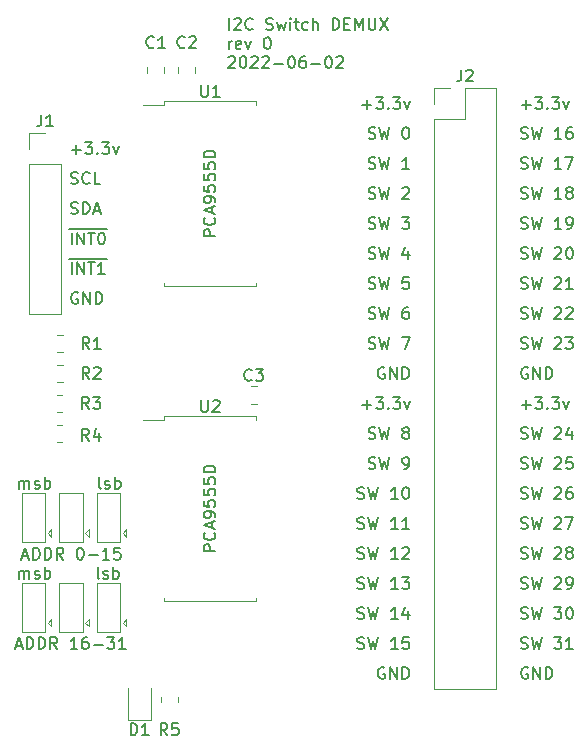
<source format=gto>
G04 #@! TF.GenerationSoftware,KiCad,Pcbnew,6.0.6-3a73a75311~116~ubuntu22.04.1*
G04 #@! TF.CreationDate,2022-06-23T20:47:55-04:00*
G04 #@! TF.ProjectId,switch_mux_breakout,73776974-6368-45f6-9d75-785f62726561,0*
G04 #@! TF.SameCoordinates,Original*
G04 #@! TF.FileFunction,Legend,Top*
G04 #@! TF.FilePolarity,Positive*
%FSLAX46Y46*%
G04 Gerber Fmt 4.6, Leading zero omitted, Abs format (unit mm)*
G04 Created by KiCad (PCBNEW 6.0.6-3a73a75311~116~ubuntu22.04.1) date 2022-06-23 20:47:55*
%MOMM*%
%LPD*%
G01*
G04 APERTURE LIST*
%ADD10C,0.150000*%
%ADD11C,0.120000*%
%ADD12R,1.500000X1.000000*%
%ADD13R,1.700000X1.700000*%
%ADD14O,1.700000X1.700000*%
%ADD15C,5.600000*%
G04 APERTURE END LIST*
D10*
X128494405Y-94750001D02*
X128399167Y-94702381D01*
X128256310Y-94702381D01*
X128113453Y-94750001D01*
X128018215Y-94845239D01*
X127970596Y-94940477D01*
X127922977Y-95130953D01*
X127922977Y-95273810D01*
X127970596Y-95464286D01*
X128018215Y-95559524D01*
X128113453Y-95654762D01*
X128256310Y-95702381D01*
X128351548Y-95702381D01*
X128494405Y-95654762D01*
X128542024Y-95607143D01*
X128542024Y-95273810D01*
X128351548Y-95273810D01*
X128970596Y-95702381D02*
X128970596Y-94702381D01*
X129542024Y-95702381D01*
X129542024Y-94702381D01*
X130018215Y-95702381D02*
X130018215Y-94702381D01*
X130256310Y-94702381D01*
X130399167Y-94750001D01*
X130494405Y-94845239D01*
X130542024Y-94940477D01*
X130589643Y-95130953D01*
X130589643Y-95273810D01*
X130542024Y-95464286D01*
X130494405Y-95559524D01*
X130399167Y-95654762D01*
X130256310Y-95702381D01*
X130018215Y-95702381D01*
X152176072Y-112164762D02*
X152318929Y-112212381D01*
X152557024Y-112212381D01*
X152652262Y-112164762D01*
X152699881Y-112117143D01*
X152747501Y-112021905D01*
X152747501Y-111926667D01*
X152699881Y-111831429D01*
X152652262Y-111783810D01*
X152557024Y-111736191D01*
X152366548Y-111688572D01*
X152271310Y-111640953D01*
X152223691Y-111593334D01*
X152176072Y-111498096D01*
X152176072Y-111402858D01*
X152223691Y-111307620D01*
X152271310Y-111260001D01*
X152366548Y-111212381D01*
X152604643Y-111212381D01*
X152747501Y-111260001D01*
X153080834Y-111212381D02*
X153318929Y-112212381D01*
X153509405Y-111498096D01*
X153699881Y-112212381D01*
X153937977Y-111212381D01*
X155604643Y-112212381D02*
X155033215Y-112212381D01*
X155318929Y-112212381D02*
X155318929Y-111212381D01*
X155223691Y-111355239D01*
X155128453Y-111450477D01*
X155033215Y-111498096D01*
X156223691Y-111212381D02*
X156318929Y-111212381D01*
X156414167Y-111260001D01*
X156461786Y-111307620D01*
X156509405Y-111402858D01*
X156557024Y-111593334D01*
X156557024Y-111831429D01*
X156509405Y-112021905D01*
X156461786Y-112117143D01*
X156414167Y-112164762D01*
X156318929Y-112212381D01*
X156223691Y-112212381D01*
X156128453Y-112164762D01*
X156080834Y-112117143D01*
X156033215Y-112021905D01*
X155985596Y-111831429D01*
X155985596Y-111593334D01*
X156033215Y-111402858D01*
X156080834Y-111307620D01*
X156128453Y-111260001D01*
X156223691Y-111212381D01*
X123555286Y-118943381D02*
X123555286Y-118276715D01*
X123555286Y-118371953D02*
X123602905Y-118324334D01*
X123698143Y-118276715D01*
X123841001Y-118276715D01*
X123936239Y-118324334D01*
X123983858Y-118419572D01*
X123983858Y-118943381D01*
X123983858Y-118419572D02*
X124031477Y-118324334D01*
X124126715Y-118276715D01*
X124269572Y-118276715D01*
X124364810Y-118324334D01*
X124412429Y-118419572D01*
X124412429Y-118943381D01*
X124841001Y-118895762D02*
X124936239Y-118943381D01*
X125126715Y-118943381D01*
X125221953Y-118895762D01*
X125269572Y-118800524D01*
X125269572Y-118752905D01*
X125221953Y-118657667D01*
X125126715Y-118610048D01*
X124983858Y-118610048D01*
X124888620Y-118562429D01*
X124841001Y-118467191D01*
X124841001Y-118419572D01*
X124888620Y-118324334D01*
X124983858Y-118276715D01*
X125126715Y-118276715D01*
X125221953Y-118324334D01*
X125698143Y-118943381D02*
X125698143Y-117943381D01*
X125698143Y-118324334D02*
X125793381Y-118276715D01*
X125983858Y-118276715D01*
X126079096Y-118324334D01*
X126126715Y-118371953D01*
X126174334Y-118467191D01*
X126174334Y-118752905D01*
X126126715Y-118848143D01*
X126079096Y-118895762D01*
X125983858Y-118943381D01*
X125793381Y-118943381D01*
X125698143Y-118895762D01*
X166022977Y-109624762D02*
X166165834Y-109672381D01*
X166403929Y-109672381D01*
X166499167Y-109624762D01*
X166546786Y-109577143D01*
X166594405Y-109481905D01*
X166594405Y-109386667D01*
X166546786Y-109291429D01*
X166499167Y-109243810D01*
X166403929Y-109196191D01*
X166213453Y-109148572D01*
X166118215Y-109100953D01*
X166070596Y-109053334D01*
X166022977Y-108958096D01*
X166022977Y-108862858D01*
X166070596Y-108767620D01*
X166118215Y-108720001D01*
X166213453Y-108672381D01*
X166451548Y-108672381D01*
X166594405Y-108720001D01*
X166927739Y-108672381D02*
X167165834Y-109672381D01*
X167356310Y-108958096D01*
X167546786Y-109672381D01*
X167784881Y-108672381D01*
X168880120Y-108767620D02*
X168927739Y-108720001D01*
X169022977Y-108672381D01*
X169261072Y-108672381D01*
X169356310Y-108720001D01*
X169403929Y-108767620D01*
X169451548Y-108862858D01*
X169451548Y-108958096D01*
X169403929Y-109100953D01*
X168832501Y-109672381D01*
X169451548Y-109672381D01*
X170356310Y-108672381D02*
X169880120Y-108672381D01*
X169832501Y-109148572D01*
X169880120Y-109100953D01*
X169975358Y-109053334D01*
X170213453Y-109053334D01*
X170308691Y-109100953D01*
X170356310Y-109148572D01*
X170403929Y-109243810D01*
X170403929Y-109481905D01*
X170356310Y-109577143D01*
X170308691Y-109624762D01*
X170213453Y-109672381D01*
X169975358Y-109672381D01*
X169880120Y-109624762D01*
X169832501Y-109577143D01*
X123798534Y-117057467D02*
X124274724Y-117057467D01*
X123703296Y-117343181D02*
X124036629Y-116343181D01*
X124369962Y-117343181D01*
X124703296Y-117343181D02*
X124703296Y-116343181D01*
X124941391Y-116343181D01*
X125084248Y-116390801D01*
X125179486Y-116486039D01*
X125227105Y-116581277D01*
X125274724Y-116771753D01*
X125274724Y-116914610D01*
X125227105Y-117105086D01*
X125179486Y-117200324D01*
X125084248Y-117295562D01*
X124941391Y-117343181D01*
X124703296Y-117343181D01*
X125703296Y-117343181D02*
X125703296Y-116343181D01*
X125941391Y-116343181D01*
X126084248Y-116390801D01*
X126179486Y-116486039D01*
X126227105Y-116581277D01*
X126274724Y-116771753D01*
X126274724Y-116914610D01*
X126227105Y-117105086D01*
X126179486Y-117200324D01*
X126084248Y-117295562D01*
X125941391Y-117343181D01*
X125703296Y-117343181D01*
X127274724Y-117343181D02*
X126941391Y-116866991D01*
X126703296Y-117343181D02*
X126703296Y-116343181D01*
X127084248Y-116343181D01*
X127179486Y-116390801D01*
X127227105Y-116438420D01*
X127274724Y-116533658D01*
X127274724Y-116676515D01*
X127227105Y-116771753D01*
X127179486Y-116819372D01*
X127084248Y-116866991D01*
X126703296Y-116866991D01*
X128655677Y-116343181D02*
X128750915Y-116343181D01*
X128846153Y-116390801D01*
X128893772Y-116438420D01*
X128941391Y-116533658D01*
X128989010Y-116724134D01*
X128989010Y-116962229D01*
X128941391Y-117152705D01*
X128893772Y-117247943D01*
X128846153Y-117295562D01*
X128750915Y-117343181D01*
X128655677Y-117343181D01*
X128560439Y-117295562D01*
X128512820Y-117247943D01*
X128465201Y-117152705D01*
X128417581Y-116962229D01*
X128417581Y-116724134D01*
X128465201Y-116533658D01*
X128512820Y-116438420D01*
X128560439Y-116390801D01*
X128655677Y-116343181D01*
X129417581Y-116962229D02*
X130179486Y-116962229D01*
X131179486Y-117343181D02*
X130608058Y-117343181D01*
X130893772Y-117343181D02*
X130893772Y-116343181D01*
X130798534Y-116486039D01*
X130703296Y-116581277D01*
X130608058Y-116628896D01*
X132084248Y-116343181D02*
X131608058Y-116343181D01*
X131560439Y-116819372D01*
X131608058Y-116771753D01*
X131703296Y-116724134D01*
X131941391Y-116724134D01*
X132036629Y-116771753D01*
X132084248Y-116819372D01*
X132131867Y-116914610D01*
X132131867Y-117152705D01*
X132084248Y-117247943D01*
X132036629Y-117295562D01*
X131941391Y-117343181D01*
X131703296Y-117343181D01*
X131608058Y-117295562D01*
X131560439Y-117247943D01*
X166022977Y-117244762D02*
X166165834Y-117292381D01*
X166403929Y-117292381D01*
X166499167Y-117244762D01*
X166546786Y-117197143D01*
X166594405Y-117101905D01*
X166594405Y-117006667D01*
X166546786Y-116911429D01*
X166499167Y-116863810D01*
X166403929Y-116816191D01*
X166213453Y-116768572D01*
X166118215Y-116720953D01*
X166070596Y-116673334D01*
X166022977Y-116578096D01*
X166022977Y-116482858D01*
X166070596Y-116387620D01*
X166118215Y-116340001D01*
X166213453Y-116292381D01*
X166451548Y-116292381D01*
X166594405Y-116340001D01*
X166927739Y-116292381D02*
X167165834Y-117292381D01*
X167356310Y-116578096D01*
X167546786Y-117292381D01*
X167784881Y-116292381D01*
X168880120Y-116387620D02*
X168927739Y-116340001D01*
X169022977Y-116292381D01*
X169261072Y-116292381D01*
X169356310Y-116340001D01*
X169403929Y-116387620D01*
X169451548Y-116482858D01*
X169451548Y-116578096D01*
X169403929Y-116720953D01*
X168832501Y-117292381D01*
X169451548Y-117292381D01*
X170022977Y-116720953D02*
X169927739Y-116673334D01*
X169880120Y-116625715D01*
X169832501Y-116530477D01*
X169832501Y-116482858D01*
X169880120Y-116387620D01*
X169927739Y-116340001D01*
X170022977Y-116292381D01*
X170213453Y-116292381D01*
X170308691Y-116340001D01*
X170356310Y-116387620D01*
X170403929Y-116482858D01*
X170403929Y-116530477D01*
X170356310Y-116625715D01*
X170308691Y-116673334D01*
X170213453Y-116720953D01*
X170022977Y-116720953D01*
X169927739Y-116768572D01*
X169880120Y-116816191D01*
X169832501Y-116911429D01*
X169832501Y-117101905D01*
X169880120Y-117197143D01*
X169927739Y-117244762D01*
X170022977Y-117292381D01*
X170213453Y-117292381D01*
X170308691Y-117244762D01*
X170356310Y-117197143D01*
X170403929Y-117101905D01*
X170403929Y-116911429D01*
X170356310Y-116816191D01*
X170308691Y-116768572D01*
X170213453Y-116720953D01*
X166022977Y-94384762D02*
X166165834Y-94432381D01*
X166403929Y-94432381D01*
X166499167Y-94384762D01*
X166546786Y-94337143D01*
X166594405Y-94241905D01*
X166594405Y-94146667D01*
X166546786Y-94051429D01*
X166499167Y-94003810D01*
X166403929Y-93956191D01*
X166213453Y-93908572D01*
X166118215Y-93860953D01*
X166070596Y-93813334D01*
X166022977Y-93718096D01*
X166022977Y-93622858D01*
X166070596Y-93527620D01*
X166118215Y-93480001D01*
X166213453Y-93432381D01*
X166451548Y-93432381D01*
X166594405Y-93480001D01*
X166927739Y-93432381D02*
X167165834Y-94432381D01*
X167356310Y-93718096D01*
X167546786Y-94432381D01*
X167784881Y-93432381D01*
X168880120Y-93527620D02*
X168927739Y-93480001D01*
X169022977Y-93432381D01*
X169261072Y-93432381D01*
X169356310Y-93480001D01*
X169403929Y-93527620D01*
X169451548Y-93622858D01*
X169451548Y-93718096D01*
X169403929Y-93860953D01*
X168832501Y-94432381D01*
X169451548Y-94432381D01*
X170403929Y-94432381D02*
X169832501Y-94432381D01*
X170118215Y-94432381D02*
X170118215Y-93432381D01*
X170022977Y-93575239D01*
X169927739Y-93670477D01*
X169832501Y-93718096D01*
X153128453Y-107084762D02*
X153271310Y-107132381D01*
X153509405Y-107132381D01*
X153604643Y-107084762D01*
X153652262Y-107037143D01*
X153699881Y-106941905D01*
X153699881Y-106846667D01*
X153652262Y-106751429D01*
X153604643Y-106703810D01*
X153509405Y-106656191D01*
X153318929Y-106608572D01*
X153223691Y-106560953D01*
X153176072Y-106513334D01*
X153128453Y-106418096D01*
X153128453Y-106322858D01*
X153176072Y-106227620D01*
X153223691Y-106180001D01*
X153318929Y-106132381D01*
X153557024Y-106132381D01*
X153699881Y-106180001D01*
X154033215Y-106132381D02*
X154271310Y-107132381D01*
X154461786Y-106418096D01*
X154652262Y-107132381D01*
X154890358Y-106132381D01*
X156176072Y-106560953D02*
X156080834Y-106513334D01*
X156033215Y-106465715D01*
X155985596Y-106370477D01*
X155985596Y-106322858D01*
X156033215Y-106227620D01*
X156080834Y-106180001D01*
X156176072Y-106132381D01*
X156366548Y-106132381D01*
X156461786Y-106180001D01*
X156509405Y-106227620D01*
X156557024Y-106322858D01*
X156557024Y-106370477D01*
X156509405Y-106465715D01*
X156461786Y-106513334D01*
X156366548Y-106560953D01*
X156176072Y-106560953D01*
X156080834Y-106608572D01*
X156033215Y-106656191D01*
X155985596Y-106751429D01*
X155985596Y-106941905D01*
X156033215Y-107037143D01*
X156080834Y-107084762D01*
X156176072Y-107132381D01*
X156366548Y-107132381D01*
X156461786Y-107084762D01*
X156509405Y-107037143D01*
X156557024Y-106941905D01*
X156557024Y-106751429D01*
X156509405Y-106656191D01*
X156461786Y-106608572D01*
X156366548Y-106560953D01*
X153128453Y-99464762D02*
X153271310Y-99512381D01*
X153509405Y-99512381D01*
X153604643Y-99464762D01*
X153652262Y-99417143D01*
X153699881Y-99321905D01*
X153699881Y-99226667D01*
X153652262Y-99131429D01*
X153604643Y-99083810D01*
X153509405Y-99036191D01*
X153318929Y-98988572D01*
X153223691Y-98940953D01*
X153176072Y-98893334D01*
X153128453Y-98798096D01*
X153128453Y-98702858D01*
X153176072Y-98607620D01*
X153223691Y-98560001D01*
X153318929Y-98512381D01*
X153557024Y-98512381D01*
X153699881Y-98560001D01*
X154033215Y-98512381D02*
X154271310Y-99512381D01*
X154461786Y-98798096D01*
X154652262Y-99512381D01*
X154890358Y-98512381D01*
X155937977Y-98512381D02*
X156604643Y-98512381D01*
X156176072Y-99512381D01*
X166022977Y-107084762D02*
X166165834Y-107132381D01*
X166403929Y-107132381D01*
X166499167Y-107084762D01*
X166546786Y-107037143D01*
X166594405Y-106941905D01*
X166594405Y-106846667D01*
X166546786Y-106751429D01*
X166499167Y-106703810D01*
X166403929Y-106656191D01*
X166213453Y-106608572D01*
X166118215Y-106560953D01*
X166070596Y-106513334D01*
X166022977Y-106418096D01*
X166022977Y-106322858D01*
X166070596Y-106227620D01*
X166118215Y-106180001D01*
X166213453Y-106132381D01*
X166451548Y-106132381D01*
X166594405Y-106180001D01*
X166927739Y-106132381D02*
X167165834Y-107132381D01*
X167356310Y-106418096D01*
X167546786Y-107132381D01*
X167784881Y-106132381D01*
X168880120Y-106227620D02*
X168927739Y-106180001D01*
X169022977Y-106132381D01*
X169261072Y-106132381D01*
X169356310Y-106180001D01*
X169403929Y-106227620D01*
X169451548Y-106322858D01*
X169451548Y-106418096D01*
X169403929Y-106560953D01*
X168832501Y-107132381D01*
X169451548Y-107132381D01*
X170308691Y-106465715D02*
X170308691Y-107132381D01*
X170070596Y-106084762D02*
X169832501Y-106799048D01*
X170451548Y-106799048D01*
X127922977Y-85494762D02*
X128065834Y-85542381D01*
X128303929Y-85542381D01*
X128399167Y-85494762D01*
X128446786Y-85447143D01*
X128494405Y-85351905D01*
X128494405Y-85256667D01*
X128446786Y-85161429D01*
X128399167Y-85113810D01*
X128303929Y-85066191D01*
X128113453Y-85018572D01*
X128018215Y-84970953D01*
X127970596Y-84923334D01*
X127922977Y-84828096D01*
X127922977Y-84732858D01*
X127970596Y-84637620D01*
X128018215Y-84590001D01*
X128113453Y-84542381D01*
X128351548Y-84542381D01*
X128494405Y-84590001D01*
X129494405Y-85447143D02*
X129446786Y-85494762D01*
X129303929Y-85542381D01*
X129208691Y-85542381D01*
X129065834Y-85494762D01*
X128970596Y-85399524D01*
X128922977Y-85304286D01*
X128875358Y-85113810D01*
X128875358Y-84970953D01*
X128922977Y-84780477D01*
X128970596Y-84685239D01*
X129065834Y-84590001D01*
X129208691Y-84542381D01*
X129303929Y-84542381D01*
X129446786Y-84590001D01*
X129494405Y-84637620D01*
X130399167Y-85542381D02*
X129922977Y-85542381D01*
X129922977Y-84542381D01*
X166022977Y-86764762D02*
X166165834Y-86812381D01*
X166403929Y-86812381D01*
X166499167Y-86764762D01*
X166546786Y-86717143D01*
X166594405Y-86621905D01*
X166594405Y-86526667D01*
X166546786Y-86431429D01*
X166499167Y-86383810D01*
X166403929Y-86336191D01*
X166213453Y-86288572D01*
X166118215Y-86240953D01*
X166070596Y-86193334D01*
X166022977Y-86098096D01*
X166022977Y-86002858D01*
X166070596Y-85907620D01*
X166118215Y-85860001D01*
X166213453Y-85812381D01*
X166451548Y-85812381D01*
X166594405Y-85860001D01*
X166927739Y-85812381D02*
X167165834Y-86812381D01*
X167356310Y-86098096D01*
X167546786Y-86812381D01*
X167784881Y-85812381D01*
X169451548Y-86812381D02*
X168880120Y-86812381D01*
X169165834Y-86812381D02*
X169165834Y-85812381D01*
X169070596Y-85955239D01*
X168975358Y-86050477D01*
X168880120Y-86098096D01*
X170022977Y-86240953D02*
X169927739Y-86193334D01*
X169880120Y-86145715D01*
X169832501Y-86050477D01*
X169832501Y-86002858D01*
X169880120Y-85907620D01*
X169927739Y-85860001D01*
X170022977Y-85812381D01*
X170213453Y-85812381D01*
X170308691Y-85860001D01*
X170356310Y-85907620D01*
X170403929Y-86002858D01*
X170403929Y-86050477D01*
X170356310Y-86145715D01*
X170308691Y-86193334D01*
X170213453Y-86240953D01*
X170022977Y-86240953D01*
X169927739Y-86288572D01*
X169880120Y-86336191D01*
X169832501Y-86431429D01*
X169832501Y-86621905D01*
X169880120Y-86717143D01*
X169927739Y-86764762D01*
X170022977Y-86812381D01*
X170213453Y-86812381D01*
X170308691Y-86764762D01*
X170356310Y-86717143D01*
X170403929Y-86621905D01*
X170403929Y-86431429D01*
X170356310Y-86336191D01*
X170308691Y-86288572D01*
X170213453Y-86240953D01*
X152176072Y-122324762D02*
X152318929Y-122372381D01*
X152557024Y-122372381D01*
X152652262Y-122324762D01*
X152699881Y-122277143D01*
X152747501Y-122181905D01*
X152747501Y-122086667D01*
X152699881Y-121991429D01*
X152652262Y-121943810D01*
X152557024Y-121896191D01*
X152366548Y-121848572D01*
X152271310Y-121800953D01*
X152223691Y-121753334D01*
X152176072Y-121658096D01*
X152176072Y-121562858D01*
X152223691Y-121467620D01*
X152271310Y-121420001D01*
X152366548Y-121372381D01*
X152604643Y-121372381D01*
X152747501Y-121420001D01*
X153080834Y-121372381D02*
X153318929Y-122372381D01*
X153509405Y-121658096D01*
X153699881Y-122372381D01*
X153937977Y-121372381D01*
X155604643Y-122372381D02*
X155033215Y-122372381D01*
X155318929Y-122372381D02*
X155318929Y-121372381D01*
X155223691Y-121515239D01*
X155128453Y-121610477D01*
X155033215Y-121658096D01*
X156461786Y-121705715D02*
X156461786Y-122372381D01*
X156223691Y-121324762D02*
X155985596Y-122039048D01*
X156604643Y-122039048D01*
X154461786Y-101100001D02*
X154366548Y-101052381D01*
X154223691Y-101052381D01*
X154080834Y-101100001D01*
X153985596Y-101195239D01*
X153937977Y-101290477D01*
X153890358Y-101480953D01*
X153890358Y-101623810D01*
X153937977Y-101814286D01*
X153985596Y-101909524D01*
X154080834Y-102004762D01*
X154223691Y-102052381D01*
X154318929Y-102052381D01*
X154461786Y-102004762D01*
X154509405Y-101957143D01*
X154509405Y-101623810D01*
X154318929Y-101623810D01*
X154937977Y-102052381D02*
X154937977Y-101052381D01*
X155509405Y-102052381D01*
X155509405Y-101052381D01*
X155985596Y-102052381D02*
X155985596Y-101052381D01*
X156223691Y-101052381D01*
X156366548Y-101100001D01*
X156461786Y-101195239D01*
X156509405Y-101290477D01*
X156557024Y-101480953D01*
X156557024Y-101623810D01*
X156509405Y-101814286D01*
X156461786Y-101909524D01*
X156366548Y-102004762D01*
X156223691Y-102052381D01*
X155985596Y-102052381D01*
X130325905Y-118943381D02*
X130230667Y-118895762D01*
X130183048Y-118800524D01*
X130183048Y-117943381D01*
X130659239Y-118895762D02*
X130754477Y-118943381D01*
X130944953Y-118943381D01*
X131040191Y-118895762D01*
X131087810Y-118800524D01*
X131087810Y-118752905D01*
X131040191Y-118657667D01*
X130944953Y-118610048D01*
X130802096Y-118610048D01*
X130706858Y-118562429D01*
X130659239Y-118467191D01*
X130659239Y-118419572D01*
X130706858Y-118324334D01*
X130802096Y-118276715D01*
X130944953Y-118276715D01*
X131040191Y-118324334D01*
X131516381Y-118943381D02*
X131516381Y-117943381D01*
X131516381Y-118324334D02*
X131611620Y-118276715D01*
X131802096Y-118276715D01*
X131897334Y-118324334D01*
X131944953Y-118371953D01*
X131992572Y-118467191D01*
X131992572Y-118752905D01*
X131944953Y-118848143D01*
X131897334Y-118895762D01*
X131802096Y-118943381D01*
X131611620Y-118943381D01*
X131516381Y-118895762D01*
X140152381Y-116625239D02*
X139152381Y-116625239D01*
X139152381Y-116244286D01*
X139200001Y-116149048D01*
X139247620Y-116101429D01*
X139342858Y-116053810D01*
X139485715Y-116053810D01*
X139580953Y-116101429D01*
X139628572Y-116149048D01*
X139676191Y-116244286D01*
X139676191Y-116625239D01*
X140057143Y-115053810D02*
X140104762Y-115101429D01*
X140152381Y-115244286D01*
X140152381Y-115339524D01*
X140104762Y-115482381D01*
X140009524Y-115577620D01*
X139914286Y-115625239D01*
X139723810Y-115672858D01*
X139580953Y-115672858D01*
X139390477Y-115625239D01*
X139295239Y-115577620D01*
X139200001Y-115482381D01*
X139152381Y-115339524D01*
X139152381Y-115244286D01*
X139200001Y-115101429D01*
X139247620Y-115053810D01*
X139866667Y-114672858D02*
X139866667Y-114196667D01*
X140152381Y-114768096D02*
X139152381Y-114434762D01*
X140152381Y-114101429D01*
X140152381Y-113720477D02*
X140152381Y-113530001D01*
X140104762Y-113434762D01*
X140057143Y-113387143D01*
X139914286Y-113291905D01*
X139723810Y-113244286D01*
X139342858Y-113244286D01*
X139247620Y-113291905D01*
X139200001Y-113339524D01*
X139152381Y-113434762D01*
X139152381Y-113625239D01*
X139200001Y-113720477D01*
X139247620Y-113768096D01*
X139342858Y-113815715D01*
X139580953Y-113815715D01*
X139676191Y-113768096D01*
X139723810Y-113720477D01*
X139771429Y-113625239D01*
X139771429Y-113434762D01*
X139723810Y-113339524D01*
X139676191Y-113291905D01*
X139580953Y-113244286D01*
X139152381Y-112339524D02*
X139152381Y-112815715D01*
X139628572Y-112863334D01*
X139580953Y-112815715D01*
X139533334Y-112720477D01*
X139533334Y-112482381D01*
X139580953Y-112387143D01*
X139628572Y-112339524D01*
X139723810Y-112291905D01*
X139961905Y-112291905D01*
X140057143Y-112339524D01*
X140104762Y-112387143D01*
X140152381Y-112482381D01*
X140152381Y-112720477D01*
X140104762Y-112815715D01*
X140057143Y-112863334D01*
X139152381Y-111387143D02*
X139152381Y-111863334D01*
X139628572Y-111910953D01*
X139580953Y-111863334D01*
X139533334Y-111768096D01*
X139533334Y-111530001D01*
X139580953Y-111434762D01*
X139628572Y-111387143D01*
X139723810Y-111339524D01*
X139961905Y-111339524D01*
X140057143Y-111387143D01*
X140104762Y-111434762D01*
X140152381Y-111530001D01*
X140152381Y-111768096D01*
X140104762Y-111863334D01*
X140057143Y-111910953D01*
X139152381Y-110434762D02*
X139152381Y-110910953D01*
X139628572Y-110958572D01*
X139580953Y-110910953D01*
X139533334Y-110815715D01*
X139533334Y-110577620D01*
X139580953Y-110482381D01*
X139628572Y-110434762D01*
X139723810Y-110387143D01*
X139961905Y-110387143D01*
X140057143Y-110434762D01*
X140104762Y-110482381D01*
X140152381Y-110577620D01*
X140152381Y-110815715D01*
X140104762Y-110910953D01*
X140057143Y-110958572D01*
X140152381Y-109958572D02*
X139152381Y-109958572D01*
X139152381Y-109720477D01*
X139200001Y-109577620D01*
X139295239Y-109482381D01*
X139390477Y-109434762D01*
X139580953Y-109387143D01*
X139723810Y-109387143D01*
X139914286Y-109434762D01*
X140009524Y-109482381D01*
X140104762Y-109577620D01*
X140152381Y-109720477D01*
X140152381Y-109958572D01*
X141305596Y-72502381D02*
X141305596Y-71502381D01*
X141734167Y-71597620D02*
X141781786Y-71550001D01*
X141877024Y-71502381D01*
X142115120Y-71502381D01*
X142210358Y-71550001D01*
X142257977Y-71597620D01*
X142305596Y-71692858D01*
X142305596Y-71788096D01*
X142257977Y-71930953D01*
X141686548Y-72502381D01*
X142305596Y-72502381D01*
X143305596Y-72407143D02*
X143257977Y-72454762D01*
X143115120Y-72502381D01*
X143019881Y-72502381D01*
X142877024Y-72454762D01*
X142781786Y-72359524D01*
X142734167Y-72264286D01*
X142686548Y-72073810D01*
X142686548Y-71930953D01*
X142734167Y-71740477D01*
X142781786Y-71645239D01*
X142877024Y-71550001D01*
X143019881Y-71502381D01*
X143115120Y-71502381D01*
X143257977Y-71550001D01*
X143305596Y-71597620D01*
X144448453Y-72454762D02*
X144591310Y-72502381D01*
X144829405Y-72502381D01*
X144924643Y-72454762D01*
X144972262Y-72407143D01*
X145019881Y-72311905D01*
X145019881Y-72216667D01*
X144972262Y-72121429D01*
X144924643Y-72073810D01*
X144829405Y-72026191D01*
X144638929Y-71978572D01*
X144543691Y-71930953D01*
X144496072Y-71883334D01*
X144448453Y-71788096D01*
X144448453Y-71692858D01*
X144496072Y-71597620D01*
X144543691Y-71550001D01*
X144638929Y-71502381D01*
X144877024Y-71502381D01*
X145019881Y-71550001D01*
X145353215Y-71835715D02*
X145543691Y-72502381D01*
X145734167Y-72026191D01*
X145924643Y-72502381D01*
X146115120Y-71835715D01*
X146496072Y-72502381D02*
X146496072Y-71835715D01*
X146496072Y-71502381D02*
X146448453Y-71550001D01*
X146496072Y-71597620D01*
X146543691Y-71550001D01*
X146496072Y-71502381D01*
X146496072Y-71597620D01*
X146829405Y-71835715D02*
X147210358Y-71835715D01*
X146972262Y-71502381D02*
X146972262Y-72359524D01*
X147019881Y-72454762D01*
X147115120Y-72502381D01*
X147210358Y-72502381D01*
X147972262Y-72454762D02*
X147877024Y-72502381D01*
X147686548Y-72502381D01*
X147591310Y-72454762D01*
X147543691Y-72407143D01*
X147496072Y-72311905D01*
X147496072Y-72026191D01*
X147543691Y-71930953D01*
X147591310Y-71883334D01*
X147686548Y-71835715D01*
X147877024Y-71835715D01*
X147972262Y-71883334D01*
X148400834Y-72502381D02*
X148400834Y-71502381D01*
X148829405Y-72502381D02*
X148829405Y-71978572D01*
X148781786Y-71883334D01*
X148686548Y-71835715D01*
X148543691Y-71835715D01*
X148448453Y-71883334D01*
X148400834Y-71930953D01*
X150067501Y-72502381D02*
X150067501Y-71502381D01*
X150305596Y-71502381D01*
X150448453Y-71550001D01*
X150543691Y-71645239D01*
X150591310Y-71740477D01*
X150638929Y-71930953D01*
X150638929Y-72073810D01*
X150591310Y-72264286D01*
X150543691Y-72359524D01*
X150448453Y-72454762D01*
X150305596Y-72502381D01*
X150067501Y-72502381D01*
X151067501Y-71978572D02*
X151400834Y-71978572D01*
X151543691Y-72502381D02*
X151067501Y-72502381D01*
X151067501Y-71502381D01*
X151543691Y-71502381D01*
X151972262Y-72502381D02*
X151972262Y-71502381D01*
X152305596Y-72216667D01*
X152638929Y-71502381D01*
X152638929Y-72502381D01*
X153115120Y-71502381D02*
X153115120Y-72311905D01*
X153162739Y-72407143D01*
X153210358Y-72454762D01*
X153305596Y-72502381D01*
X153496072Y-72502381D01*
X153591310Y-72454762D01*
X153638929Y-72407143D01*
X153686548Y-72311905D01*
X153686548Y-71502381D01*
X154067501Y-71502381D02*
X154734167Y-72502381D01*
X154734167Y-71502381D02*
X154067501Y-72502381D01*
X141305596Y-74112381D02*
X141305596Y-73445715D01*
X141305596Y-73636191D02*
X141353215Y-73540953D01*
X141400834Y-73493334D01*
X141496072Y-73445715D01*
X141591310Y-73445715D01*
X142305596Y-74064762D02*
X142210358Y-74112381D01*
X142019881Y-74112381D01*
X141924643Y-74064762D01*
X141877024Y-73969524D01*
X141877024Y-73588572D01*
X141924643Y-73493334D01*
X142019881Y-73445715D01*
X142210358Y-73445715D01*
X142305596Y-73493334D01*
X142353215Y-73588572D01*
X142353215Y-73683810D01*
X141877024Y-73779048D01*
X142686548Y-73445715D02*
X142924643Y-74112381D01*
X143162739Y-73445715D01*
X144496072Y-73112381D02*
X144591310Y-73112381D01*
X144686548Y-73160001D01*
X144734167Y-73207620D01*
X144781786Y-73302858D01*
X144829405Y-73493334D01*
X144829405Y-73731429D01*
X144781786Y-73921905D01*
X144734167Y-74017143D01*
X144686548Y-74064762D01*
X144591310Y-74112381D01*
X144496072Y-74112381D01*
X144400834Y-74064762D01*
X144353215Y-74017143D01*
X144305596Y-73921905D01*
X144257977Y-73731429D01*
X144257977Y-73493334D01*
X144305596Y-73302858D01*
X144353215Y-73207620D01*
X144400834Y-73160001D01*
X144496072Y-73112381D01*
X141257977Y-74817620D02*
X141305596Y-74770001D01*
X141400834Y-74722381D01*
X141638929Y-74722381D01*
X141734167Y-74770001D01*
X141781786Y-74817620D01*
X141829405Y-74912858D01*
X141829405Y-75008096D01*
X141781786Y-75150953D01*
X141210358Y-75722381D01*
X141829405Y-75722381D01*
X142448453Y-74722381D02*
X142543691Y-74722381D01*
X142638929Y-74770001D01*
X142686548Y-74817620D01*
X142734167Y-74912858D01*
X142781786Y-75103334D01*
X142781786Y-75341429D01*
X142734167Y-75531905D01*
X142686548Y-75627143D01*
X142638929Y-75674762D01*
X142543691Y-75722381D01*
X142448453Y-75722381D01*
X142353215Y-75674762D01*
X142305596Y-75627143D01*
X142257977Y-75531905D01*
X142210358Y-75341429D01*
X142210358Y-75103334D01*
X142257977Y-74912858D01*
X142305596Y-74817620D01*
X142353215Y-74770001D01*
X142448453Y-74722381D01*
X143162739Y-74817620D02*
X143210358Y-74770001D01*
X143305596Y-74722381D01*
X143543691Y-74722381D01*
X143638929Y-74770001D01*
X143686548Y-74817620D01*
X143734167Y-74912858D01*
X143734167Y-75008096D01*
X143686548Y-75150953D01*
X143115120Y-75722381D01*
X143734167Y-75722381D01*
X144115120Y-74817620D02*
X144162739Y-74770001D01*
X144257977Y-74722381D01*
X144496072Y-74722381D01*
X144591310Y-74770001D01*
X144638929Y-74817620D01*
X144686548Y-74912858D01*
X144686548Y-75008096D01*
X144638929Y-75150953D01*
X144067501Y-75722381D01*
X144686548Y-75722381D01*
X145115120Y-75341429D02*
X145877024Y-75341429D01*
X146543691Y-74722381D02*
X146638929Y-74722381D01*
X146734167Y-74770001D01*
X146781786Y-74817620D01*
X146829405Y-74912858D01*
X146877024Y-75103334D01*
X146877024Y-75341429D01*
X146829405Y-75531905D01*
X146781786Y-75627143D01*
X146734167Y-75674762D01*
X146638929Y-75722381D01*
X146543691Y-75722381D01*
X146448453Y-75674762D01*
X146400834Y-75627143D01*
X146353215Y-75531905D01*
X146305596Y-75341429D01*
X146305596Y-75103334D01*
X146353215Y-74912858D01*
X146400834Y-74817620D01*
X146448453Y-74770001D01*
X146543691Y-74722381D01*
X147734167Y-74722381D02*
X147543691Y-74722381D01*
X147448453Y-74770001D01*
X147400834Y-74817620D01*
X147305596Y-74960477D01*
X147257977Y-75150953D01*
X147257977Y-75531905D01*
X147305596Y-75627143D01*
X147353215Y-75674762D01*
X147448453Y-75722381D01*
X147638929Y-75722381D01*
X147734167Y-75674762D01*
X147781786Y-75627143D01*
X147829405Y-75531905D01*
X147829405Y-75293810D01*
X147781786Y-75198572D01*
X147734167Y-75150953D01*
X147638929Y-75103334D01*
X147448453Y-75103334D01*
X147353215Y-75150953D01*
X147305596Y-75198572D01*
X147257977Y-75293810D01*
X148257977Y-75341429D02*
X149019881Y-75341429D01*
X149686548Y-74722381D02*
X149781786Y-74722381D01*
X149877024Y-74770001D01*
X149924643Y-74817620D01*
X149972262Y-74912858D01*
X150019881Y-75103334D01*
X150019881Y-75341429D01*
X149972262Y-75531905D01*
X149924643Y-75627143D01*
X149877024Y-75674762D01*
X149781786Y-75722381D01*
X149686548Y-75722381D01*
X149591310Y-75674762D01*
X149543691Y-75627143D01*
X149496072Y-75531905D01*
X149448453Y-75341429D01*
X149448453Y-75103334D01*
X149496072Y-74912858D01*
X149543691Y-74817620D01*
X149591310Y-74770001D01*
X149686548Y-74722381D01*
X150400834Y-74817620D02*
X150448453Y-74770001D01*
X150543691Y-74722381D01*
X150781786Y-74722381D01*
X150877024Y-74770001D01*
X150924643Y-74817620D01*
X150972262Y-74912858D01*
X150972262Y-75008096D01*
X150924643Y-75150953D01*
X150353215Y-75722381D01*
X150972262Y-75722381D01*
X166022977Y-89304762D02*
X166165834Y-89352381D01*
X166403929Y-89352381D01*
X166499167Y-89304762D01*
X166546786Y-89257143D01*
X166594405Y-89161905D01*
X166594405Y-89066667D01*
X166546786Y-88971429D01*
X166499167Y-88923810D01*
X166403929Y-88876191D01*
X166213453Y-88828572D01*
X166118215Y-88780953D01*
X166070596Y-88733334D01*
X166022977Y-88638096D01*
X166022977Y-88542858D01*
X166070596Y-88447620D01*
X166118215Y-88400001D01*
X166213453Y-88352381D01*
X166451548Y-88352381D01*
X166594405Y-88400001D01*
X166927739Y-88352381D02*
X167165834Y-89352381D01*
X167356310Y-88638096D01*
X167546786Y-89352381D01*
X167784881Y-88352381D01*
X169451548Y-89352381D02*
X168880120Y-89352381D01*
X169165834Y-89352381D02*
X169165834Y-88352381D01*
X169070596Y-88495239D01*
X168975358Y-88590477D01*
X168880120Y-88638096D01*
X169927739Y-89352381D02*
X170118215Y-89352381D01*
X170213453Y-89304762D01*
X170261072Y-89257143D01*
X170356310Y-89114286D01*
X170403929Y-88923810D01*
X170403929Y-88542858D01*
X170356310Y-88447620D01*
X170308691Y-88400001D01*
X170213453Y-88352381D01*
X170022977Y-88352381D01*
X169927739Y-88400001D01*
X169880120Y-88447620D01*
X169832501Y-88542858D01*
X169832501Y-88780953D01*
X169880120Y-88876191D01*
X169927739Y-88923810D01*
X170022977Y-88971429D01*
X170213453Y-88971429D01*
X170308691Y-88923810D01*
X170356310Y-88876191D01*
X170403929Y-88780953D01*
X153128453Y-109624762D02*
X153271310Y-109672381D01*
X153509405Y-109672381D01*
X153604643Y-109624762D01*
X153652262Y-109577143D01*
X153699881Y-109481905D01*
X153699881Y-109386667D01*
X153652262Y-109291429D01*
X153604643Y-109243810D01*
X153509405Y-109196191D01*
X153318929Y-109148572D01*
X153223691Y-109100953D01*
X153176072Y-109053334D01*
X153128453Y-108958096D01*
X153128453Y-108862858D01*
X153176072Y-108767620D01*
X153223691Y-108720001D01*
X153318929Y-108672381D01*
X153557024Y-108672381D01*
X153699881Y-108720001D01*
X154033215Y-108672381D02*
X154271310Y-109672381D01*
X154461786Y-108958096D01*
X154652262Y-109672381D01*
X154890358Y-108672381D01*
X156080834Y-109672381D02*
X156271310Y-109672381D01*
X156366548Y-109624762D01*
X156414167Y-109577143D01*
X156509405Y-109434286D01*
X156557024Y-109243810D01*
X156557024Y-108862858D01*
X156509405Y-108767620D01*
X156461786Y-108720001D01*
X156366548Y-108672381D01*
X156176072Y-108672381D01*
X156080834Y-108720001D01*
X156033215Y-108767620D01*
X155985596Y-108862858D01*
X155985596Y-109100953D01*
X156033215Y-109196191D01*
X156080834Y-109243810D01*
X156176072Y-109291429D01*
X156366548Y-109291429D01*
X156461786Y-109243810D01*
X156509405Y-109196191D01*
X156557024Y-109100953D01*
X152604643Y-78811429D02*
X153366548Y-78811429D01*
X152985596Y-79192381D02*
X152985596Y-78430477D01*
X153747501Y-78192381D02*
X154366548Y-78192381D01*
X154033215Y-78573334D01*
X154176072Y-78573334D01*
X154271310Y-78620953D01*
X154318929Y-78668572D01*
X154366548Y-78763810D01*
X154366548Y-79001905D01*
X154318929Y-79097143D01*
X154271310Y-79144762D01*
X154176072Y-79192381D01*
X153890358Y-79192381D01*
X153795120Y-79144762D01*
X153747501Y-79097143D01*
X154795120Y-79097143D02*
X154842739Y-79144762D01*
X154795120Y-79192381D01*
X154747501Y-79144762D01*
X154795120Y-79097143D01*
X154795120Y-79192381D01*
X155176072Y-78192381D02*
X155795120Y-78192381D01*
X155461786Y-78573334D01*
X155604643Y-78573334D01*
X155699881Y-78620953D01*
X155747501Y-78668572D01*
X155795120Y-78763810D01*
X155795120Y-79001905D01*
X155747501Y-79097143D01*
X155699881Y-79144762D01*
X155604643Y-79192381D01*
X155318929Y-79192381D01*
X155223691Y-79144762D01*
X155176072Y-79097143D01*
X156128453Y-78525715D02*
X156366548Y-79192381D01*
X156604643Y-78525715D01*
X152176072Y-119784762D02*
X152318929Y-119832381D01*
X152557024Y-119832381D01*
X152652262Y-119784762D01*
X152699881Y-119737143D01*
X152747501Y-119641905D01*
X152747501Y-119546667D01*
X152699881Y-119451429D01*
X152652262Y-119403810D01*
X152557024Y-119356191D01*
X152366548Y-119308572D01*
X152271310Y-119260953D01*
X152223691Y-119213334D01*
X152176072Y-119118096D01*
X152176072Y-119022858D01*
X152223691Y-118927620D01*
X152271310Y-118880001D01*
X152366548Y-118832381D01*
X152604643Y-118832381D01*
X152747501Y-118880001D01*
X153080834Y-118832381D02*
X153318929Y-119832381D01*
X153509405Y-119118096D01*
X153699881Y-119832381D01*
X153937977Y-118832381D01*
X155604643Y-119832381D02*
X155033215Y-119832381D01*
X155318929Y-119832381D02*
X155318929Y-118832381D01*
X155223691Y-118975239D01*
X155128453Y-119070477D01*
X155033215Y-119118096D01*
X155937977Y-118832381D02*
X156557024Y-118832381D01*
X156223691Y-119213334D01*
X156366548Y-119213334D01*
X156461786Y-119260953D01*
X156509405Y-119308572D01*
X156557024Y-119403810D01*
X156557024Y-119641905D01*
X156509405Y-119737143D01*
X156461786Y-119784762D01*
X156366548Y-119832381D01*
X156080834Y-119832381D01*
X155985596Y-119784762D01*
X155937977Y-119737143D01*
X166022977Y-91844762D02*
X166165834Y-91892381D01*
X166403929Y-91892381D01*
X166499167Y-91844762D01*
X166546786Y-91797143D01*
X166594405Y-91701905D01*
X166594405Y-91606667D01*
X166546786Y-91511429D01*
X166499167Y-91463810D01*
X166403929Y-91416191D01*
X166213453Y-91368572D01*
X166118215Y-91320953D01*
X166070596Y-91273334D01*
X166022977Y-91178096D01*
X166022977Y-91082858D01*
X166070596Y-90987620D01*
X166118215Y-90940001D01*
X166213453Y-90892381D01*
X166451548Y-90892381D01*
X166594405Y-90940001D01*
X166927739Y-90892381D02*
X167165834Y-91892381D01*
X167356310Y-91178096D01*
X167546786Y-91892381D01*
X167784881Y-90892381D01*
X168880120Y-90987620D02*
X168927739Y-90940001D01*
X169022977Y-90892381D01*
X169261072Y-90892381D01*
X169356310Y-90940001D01*
X169403929Y-90987620D01*
X169451548Y-91082858D01*
X169451548Y-91178096D01*
X169403929Y-91320953D01*
X168832501Y-91892381D01*
X169451548Y-91892381D01*
X170070596Y-90892381D02*
X170165834Y-90892381D01*
X170261072Y-90940001D01*
X170308691Y-90987620D01*
X170356310Y-91082858D01*
X170403929Y-91273334D01*
X170403929Y-91511429D01*
X170356310Y-91701905D01*
X170308691Y-91797143D01*
X170261072Y-91844762D01*
X170165834Y-91892381D01*
X170070596Y-91892381D01*
X169975358Y-91844762D01*
X169927739Y-91797143D01*
X169880120Y-91701905D01*
X169832501Y-91511429D01*
X169832501Y-91273334D01*
X169880120Y-91082858D01*
X169927739Y-90987620D01*
X169975358Y-90940001D01*
X170070596Y-90892381D01*
X152176072Y-117244762D02*
X152318929Y-117292381D01*
X152557024Y-117292381D01*
X152652262Y-117244762D01*
X152699881Y-117197143D01*
X152747501Y-117101905D01*
X152747501Y-117006667D01*
X152699881Y-116911429D01*
X152652262Y-116863810D01*
X152557024Y-116816191D01*
X152366548Y-116768572D01*
X152271310Y-116720953D01*
X152223691Y-116673334D01*
X152176072Y-116578096D01*
X152176072Y-116482858D01*
X152223691Y-116387620D01*
X152271310Y-116340001D01*
X152366548Y-116292381D01*
X152604643Y-116292381D01*
X152747501Y-116340001D01*
X153080834Y-116292381D02*
X153318929Y-117292381D01*
X153509405Y-116578096D01*
X153699881Y-117292381D01*
X153937977Y-116292381D01*
X155604643Y-117292381D02*
X155033215Y-117292381D01*
X155318929Y-117292381D02*
X155318929Y-116292381D01*
X155223691Y-116435239D01*
X155128453Y-116530477D01*
X155033215Y-116578096D01*
X155985596Y-116387620D02*
X156033215Y-116340001D01*
X156128453Y-116292381D01*
X156366548Y-116292381D01*
X156461786Y-116340001D01*
X156509405Y-116387620D01*
X156557024Y-116482858D01*
X156557024Y-116578096D01*
X156509405Y-116720953D01*
X155937977Y-117292381D01*
X156557024Y-117292381D01*
X140152381Y-89955239D02*
X139152381Y-89955239D01*
X139152381Y-89574286D01*
X139200001Y-89479048D01*
X139247620Y-89431429D01*
X139342858Y-89383810D01*
X139485715Y-89383810D01*
X139580953Y-89431429D01*
X139628572Y-89479048D01*
X139676191Y-89574286D01*
X139676191Y-89955239D01*
X140057143Y-88383810D02*
X140104762Y-88431429D01*
X140152381Y-88574286D01*
X140152381Y-88669524D01*
X140104762Y-88812381D01*
X140009524Y-88907620D01*
X139914286Y-88955239D01*
X139723810Y-89002858D01*
X139580953Y-89002858D01*
X139390477Y-88955239D01*
X139295239Y-88907620D01*
X139200001Y-88812381D01*
X139152381Y-88669524D01*
X139152381Y-88574286D01*
X139200001Y-88431429D01*
X139247620Y-88383810D01*
X139866667Y-88002858D02*
X139866667Y-87526667D01*
X140152381Y-88098096D02*
X139152381Y-87764762D01*
X140152381Y-87431429D01*
X140152381Y-87050477D02*
X140152381Y-86860001D01*
X140104762Y-86764762D01*
X140057143Y-86717143D01*
X139914286Y-86621905D01*
X139723810Y-86574286D01*
X139342858Y-86574286D01*
X139247620Y-86621905D01*
X139200001Y-86669524D01*
X139152381Y-86764762D01*
X139152381Y-86955239D01*
X139200001Y-87050477D01*
X139247620Y-87098096D01*
X139342858Y-87145715D01*
X139580953Y-87145715D01*
X139676191Y-87098096D01*
X139723810Y-87050477D01*
X139771429Y-86955239D01*
X139771429Y-86764762D01*
X139723810Y-86669524D01*
X139676191Y-86621905D01*
X139580953Y-86574286D01*
X139152381Y-85669524D02*
X139152381Y-86145715D01*
X139628572Y-86193334D01*
X139580953Y-86145715D01*
X139533334Y-86050477D01*
X139533334Y-85812381D01*
X139580953Y-85717143D01*
X139628572Y-85669524D01*
X139723810Y-85621905D01*
X139961905Y-85621905D01*
X140057143Y-85669524D01*
X140104762Y-85717143D01*
X140152381Y-85812381D01*
X140152381Y-86050477D01*
X140104762Y-86145715D01*
X140057143Y-86193334D01*
X139152381Y-84717143D02*
X139152381Y-85193334D01*
X139628572Y-85240953D01*
X139580953Y-85193334D01*
X139533334Y-85098096D01*
X139533334Y-84860001D01*
X139580953Y-84764762D01*
X139628572Y-84717143D01*
X139723810Y-84669524D01*
X139961905Y-84669524D01*
X140057143Y-84717143D01*
X140104762Y-84764762D01*
X140152381Y-84860001D01*
X140152381Y-85098096D01*
X140104762Y-85193334D01*
X140057143Y-85240953D01*
X139152381Y-83764762D02*
X139152381Y-84240953D01*
X139628572Y-84288572D01*
X139580953Y-84240953D01*
X139533334Y-84145715D01*
X139533334Y-83907620D01*
X139580953Y-83812381D01*
X139628572Y-83764762D01*
X139723810Y-83717143D01*
X139961905Y-83717143D01*
X140057143Y-83764762D01*
X140104762Y-83812381D01*
X140152381Y-83907620D01*
X140152381Y-84145715D01*
X140104762Y-84240953D01*
X140057143Y-84288572D01*
X140152381Y-83288572D02*
X139152381Y-83288572D01*
X139152381Y-83050477D01*
X139200001Y-82907620D01*
X139295239Y-82812381D01*
X139390477Y-82764762D01*
X139580953Y-82717143D01*
X139723810Y-82717143D01*
X139914286Y-82764762D01*
X140009524Y-82812381D01*
X140104762Y-82907620D01*
X140152381Y-83050477D01*
X140152381Y-83288572D01*
X166070596Y-104211429D02*
X166832501Y-104211429D01*
X166451548Y-104592381D02*
X166451548Y-103830477D01*
X167213453Y-103592381D02*
X167832501Y-103592381D01*
X167499167Y-103973334D01*
X167642024Y-103973334D01*
X167737262Y-104020953D01*
X167784881Y-104068572D01*
X167832501Y-104163810D01*
X167832501Y-104401905D01*
X167784881Y-104497143D01*
X167737262Y-104544762D01*
X167642024Y-104592381D01*
X167356310Y-104592381D01*
X167261072Y-104544762D01*
X167213453Y-104497143D01*
X168261072Y-104497143D02*
X168308691Y-104544762D01*
X168261072Y-104592381D01*
X168213453Y-104544762D01*
X168261072Y-104497143D01*
X168261072Y-104592381D01*
X168642024Y-103592381D02*
X169261072Y-103592381D01*
X168927739Y-103973334D01*
X169070596Y-103973334D01*
X169165834Y-104020953D01*
X169213453Y-104068572D01*
X169261072Y-104163810D01*
X169261072Y-104401905D01*
X169213453Y-104497143D01*
X169165834Y-104544762D01*
X169070596Y-104592381D01*
X168784881Y-104592381D01*
X168689643Y-104544762D01*
X168642024Y-104497143D01*
X169594405Y-103925715D02*
X169832501Y-104592381D01*
X170070596Y-103925715D01*
X152604643Y-104211429D02*
X153366548Y-104211429D01*
X152985596Y-104592381D02*
X152985596Y-103830477D01*
X153747501Y-103592381D02*
X154366548Y-103592381D01*
X154033215Y-103973334D01*
X154176072Y-103973334D01*
X154271310Y-104020953D01*
X154318929Y-104068572D01*
X154366548Y-104163810D01*
X154366548Y-104401905D01*
X154318929Y-104497143D01*
X154271310Y-104544762D01*
X154176072Y-104592381D01*
X153890358Y-104592381D01*
X153795120Y-104544762D01*
X153747501Y-104497143D01*
X154795120Y-104497143D02*
X154842739Y-104544762D01*
X154795120Y-104592381D01*
X154747501Y-104544762D01*
X154795120Y-104497143D01*
X154795120Y-104592381D01*
X155176072Y-103592381D02*
X155795120Y-103592381D01*
X155461786Y-103973334D01*
X155604643Y-103973334D01*
X155699881Y-104020953D01*
X155747501Y-104068572D01*
X155795120Y-104163810D01*
X155795120Y-104401905D01*
X155747501Y-104497143D01*
X155699881Y-104544762D01*
X155604643Y-104592381D01*
X155318929Y-104592381D01*
X155223691Y-104544762D01*
X155176072Y-104497143D01*
X156128453Y-103925715D02*
X156366548Y-104592381D01*
X156604643Y-103925715D01*
X166022977Y-112164762D02*
X166165834Y-112212381D01*
X166403929Y-112212381D01*
X166499167Y-112164762D01*
X166546786Y-112117143D01*
X166594405Y-112021905D01*
X166594405Y-111926667D01*
X166546786Y-111831429D01*
X166499167Y-111783810D01*
X166403929Y-111736191D01*
X166213453Y-111688572D01*
X166118215Y-111640953D01*
X166070596Y-111593334D01*
X166022977Y-111498096D01*
X166022977Y-111402858D01*
X166070596Y-111307620D01*
X166118215Y-111260001D01*
X166213453Y-111212381D01*
X166451548Y-111212381D01*
X166594405Y-111260001D01*
X166927739Y-111212381D02*
X167165834Y-112212381D01*
X167356310Y-111498096D01*
X167546786Y-112212381D01*
X167784881Y-111212381D01*
X168880120Y-111307620D02*
X168927739Y-111260001D01*
X169022977Y-111212381D01*
X169261072Y-111212381D01*
X169356310Y-111260001D01*
X169403929Y-111307620D01*
X169451548Y-111402858D01*
X169451548Y-111498096D01*
X169403929Y-111640953D01*
X168832501Y-112212381D01*
X169451548Y-112212381D01*
X170308691Y-111212381D02*
X170118215Y-111212381D01*
X170022977Y-111260001D01*
X169975358Y-111307620D01*
X169880120Y-111450477D01*
X169832501Y-111640953D01*
X169832501Y-112021905D01*
X169880120Y-112117143D01*
X169927739Y-112164762D01*
X170022977Y-112212381D01*
X170213453Y-112212381D01*
X170308691Y-112164762D01*
X170356310Y-112117143D01*
X170403929Y-112021905D01*
X170403929Y-111783810D01*
X170356310Y-111688572D01*
X170308691Y-111640953D01*
X170213453Y-111593334D01*
X170022977Y-111593334D01*
X169927739Y-111640953D01*
X169880120Y-111688572D01*
X169832501Y-111783810D01*
X153128453Y-86764762D02*
X153271310Y-86812381D01*
X153509405Y-86812381D01*
X153604643Y-86764762D01*
X153652262Y-86717143D01*
X153699881Y-86621905D01*
X153699881Y-86526667D01*
X153652262Y-86431429D01*
X153604643Y-86383810D01*
X153509405Y-86336191D01*
X153318929Y-86288572D01*
X153223691Y-86240953D01*
X153176072Y-86193334D01*
X153128453Y-86098096D01*
X153128453Y-86002858D01*
X153176072Y-85907620D01*
X153223691Y-85860001D01*
X153318929Y-85812381D01*
X153557024Y-85812381D01*
X153699881Y-85860001D01*
X154033215Y-85812381D02*
X154271310Y-86812381D01*
X154461786Y-86098096D01*
X154652262Y-86812381D01*
X154890358Y-85812381D01*
X155985596Y-85907620D02*
X156033215Y-85860001D01*
X156128453Y-85812381D01*
X156366548Y-85812381D01*
X156461786Y-85860001D01*
X156509405Y-85907620D01*
X156557024Y-86002858D01*
X156557024Y-86098096D01*
X156509405Y-86240953D01*
X155937977Y-86812381D01*
X156557024Y-86812381D01*
X166594405Y-101100001D02*
X166499167Y-101052381D01*
X166356310Y-101052381D01*
X166213453Y-101100001D01*
X166118215Y-101195239D01*
X166070596Y-101290477D01*
X166022977Y-101480953D01*
X166022977Y-101623810D01*
X166070596Y-101814286D01*
X166118215Y-101909524D01*
X166213453Y-102004762D01*
X166356310Y-102052381D01*
X166451548Y-102052381D01*
X166594405Y-102004762D01*
X166642024Y-101957143D01*
X166642024Y-101623810D01*
X166451548Y-101623810D01*
X167070596Y-102052381D02*
X167070596Y-101052381D01*
X167642024Y-102052381D01*
X167642024Y-101052381D01*
X168118215Y-102052381D02*
X168118215Y-101052381D01*
X168356310Y-101052381D01*
X168499167Y-101100001D01*
X168594405Y-101195239D01*
X168642024Y-101290477D01*
X168689643Y-101480953D01*
X168689643Y-101623810D01*
X168642024Y-101814286D01*
X168594405Y-101909524D01*
X168499167Y-102004762D01*
X168356310Y-102052381D01*
X168118215Y-102052381D01*
X127732501Y-91880001D02*
X128208691Y-91880001D01*
X127970596Y-93162381D02*
X127970596Y-92162381D01*
X128208691Y-91880001D02*
X129256310Y-91880001D01*
X128446786Y-93162381D02*
X128446786Y-92162381D01*
X129018215Y-93162381D01*
X129018215Y-92162381D01*
X129256310Y-91880001D02*
X130018215Y-91880001D01*
X129351548Y-92162381D02*
X129922977Y-92162381D01*
X129637262Y-93162381D02*
X129637262Y-92162381D01*
X130018215Y-91880001D02*
X130970596Y-91880001D01*
X130780120Y-93162381D02*
X130208691Y-93162381D01*
X130494405Y-93162381D02*
X130494405Y-92162381D01*
X130399167Y-92305239D01*
X130303929Y-92400477D01*
X130208691Y-92448096D01*
X154461786Y-126500001D02*
X154366548Y-126452381D01*
X154223691Y-126452381D01*
X154080834Y-126500001D01*
X153985596Y-126595239D01*
X153937977Y-126690477D01*
X153890358Y-126880953D01*
X153890358Y-127023810D01*
X153937977Y-127214286D01*
X153985596Y-127309524D01*
X154080834Y-127404762D01*
X154223691Y-127452381D01*
X154318929Y-127452381D01*
X154461786Y-127404762D01*
X154509405Y-127357143D01*
X154509405Y-127023810D01*
X154318929Y-127023810D01*
X154937977Y-127452381D02*
X154937977Y-126452381D01*
X155509405Y-127452381D01*
X155509405Y-126452381D01*
X155985596Y-127452381D02*
X155985596Y-126452381D01*
X156223691Y-126452381D01*
X156366548Y-126500001D01*
X156461786Y-126595239D01*
X156509405Y-126690477D01*
X156557024Y-126880953D01*
X156557024Y-127023810D01*
X156509405Y-127214286D01*
X156461786Y-127309524D01*
X156366548Y-127404762D01*
X156223691Y-127452381D01*
X155985596Y-127452381D01*
X166022977Y-119784762D02*
X166165834Y-119832381D01*
X166403929Y-119832381D01*
X166499167Y-119784762D01*
X166546786Y-119737143D01*
X166594405Y-119641905D01*
X166594405Y-119546667D01*
X166546786Y-119451429D01*
X166499167Y-119403810D01*
X166403929Y-119356191D01*
X166213453Y-119308572D01*
X166118215Y-119260953D01*
X166070596Y-119213334D01*
X166022977Y-119118096D01*
X166022977Y-119022858D01*
X166070596Y-118927620D01*
X166118215Y-118880001D01*
X166213453Y-118832381D01*
X166451548Y-118832381D01*
X166594405Y-118880001D01*
X166927739Y-118832381D02*
X167165834Y-119832381D01*
X167356310Y-119118096D01*
X167546786Y-119832381D01*
X167784881Y-118832381D01*
X168880120Y-118927620D02*
X168927739Y-118880001D01*
X169022977Y-118832381D01*
X169261072Y-118832381D01*
X169356310Y-118880001D01*
X169403929Y-118927620D01*
X169451548Y-119022858D01*
X169451548Y-119118096D01*
X169403929Y-119260953D01*
X168832501Y-119832381D01*
X169451548Y-119832381D01*
X169927739Y-119832381D02*
X170118215Y-119832381D01*
X170213453Y-119784762D01*
X170261072Y-119737143D01*
X170356310Y-119594286D01*
X170403929Y-119403810D01*
X170403929Y-119022858D01*
X170356310Y-118927620D01*
X170308691Y-118880001D01*
X170213453Y-118832381D01*
X170022977Y-118832381D01*
X169927739Y-118880001D01*
X169880120Y-118927620D01*
X169832501Y-119022858D01*
X169832501Y-119260953D01*
X169880120Y-119356191D01*
X169927739Y-119403810D01*
X170022977Y-119451429D01*
X170213453Y-119451429D01*
X170308691Y-119403810D01*
X170356310Y-119356191D01*
X170403929Y-119260953D01*
X130452905Y-111323381D02*
X130357667Y-111275762D01*
X130310048Y-111180524D01*
X130310048Y-110323381D01*
X130786239Y-111275762D02*
X130881477Y-111323381D01*
X131071953Y-111323381D01*
X131167191Y-111275762D01*
X131214810Y-111180524D01*
X131214810Y-111132905D01*
X131167191Y-111037667D01*
X131071953Y-110990048D01*
X130929096Y-110990048D01*
X130833858Y-110942429D01*
X130786239Y-110847191D01*
X130786239Y-110799572D01*
X130833858Y-110704334D01*
X130929096Y-110656715D01*
X131071953Y-110656715D01*
X131167191Y-110704334D01*
X131643381Y-111323381D02*
X131643381Y-110323381D01*
X131643381Y-110704334D02*
X131738620Y-110656715D01*
X131929096Y-110656715D01*
X132024334Y-110704334D01*
X132071953Y-110751953D01*
X132119572Y-110847191D01*
X132119572Y-111132905D01*
X132071953Y-111228143D01*
X132024334Y-111275762D01*
X131929096Y-111323381D01*
X131738620Y-111323381D01*
X131643381Y-111275762D01*
X153128453Y-96924762D02*
X153271310Y-96972381D01*
X153509405Y-96972381D01*
X153604643Y-96924762D01*
X153652262Y-96877143D01*
X153699881Y-96781905D01*
X153699881Y-96686667D01*
X153652262Y-96591429D01*
X153604643Y-96543810D01*
X153509405Y-96496191D01*
X153318929Y-96448572D01*
X153223691Y-96400953D01*
X153176072Y-96353334D01*
X153128453Y-96258096D01*
X153128453Y-96162858D01*
X153176072Y-96067620D01*
X153223691Y-96020001D01*
X153318929Y-95972381D01*
X153557024Y-95972381D01*
X153699881Y-96020001D01*
X154033215Y-95972381D02*
X154271310Y-96972381D01*
X154461786Y-96258096D01*
X154652262Y-96972381D01*
X154890358Y-95972381D01*
X156461786Y-95972381D02*
X156271310Y-95972381D01*
X156176072Y-96020001D01*
X156128453Y-96067620D01*
X156033215Y-96210477D01*
X155985596Y-96400953D01*
X155985596Y-96781905D01*
X156033215Y-96877143D01*
X156080834Y-96924762D01*
X156176072Y-96972381D01*
X156366548Y-96972381D01*
X156461786Y-96924762D01*
X156509405Y-96877143D01*
X156557024Y-96781905D01*
X156557024Y-96543810D01*
X156509405Y-96448572D01*
X156461786Y-96400953D01*
X156366548Y-96353334D01*
X156176072Y-96353334D01*
X156080834Y-96400953D01*
X156033215Y-96448572D01*
X155985596Y-96543810D01*
X127732501Y-89370001D02*
X128208691Y-89370001D01*
X127970596Y-90652381D02*
X127970596Y-89652381D01*
X128208691Y-89370001D02*
X129256310Y-89370001D01*
X128446786Y-90652381D02*
X128446786Y-89652381D01*
X129018215Y-90652381D01*
X129018215Y-89652381D01*
X129256310Y-89370001D02*
X130018215Y-89370001D01*
X129351548Y-89652381D02*
X129922977Y-89652381D01*
X129637262Y-90652381D02*
X129637262Y-89652381D01*
X130018215Y-89370001D02*
X130970596Y-89370001D01*
X130446786Y-89652381D02*
X130542024Y-89652381D01*
X130637262Y-89700001D01*
X130684881Y-89747620D01*
X130732501Y-89842858D01*
X130780120Y-90033334D01*
X130780120Y-90271429D01*
X130732501Y-90461905D01*
X130684881Y-90557143D01*
X130637262Y-90604762D01*
X130542024Y-90652381D01*
X130446786Y-90652381D01*
X130351548Y-90604762D01*
X130303929Y-90557143D01*
X130256310Y-90461905D01*
X130208691Y-90271429D01*
X130208691Y-90033334D01*
X130256310Y-89842858D01*
X130303929Y-89747620D01*
X130351548Y-89700001D01*
X130446786Y-89652381D01*
X166594405Y-126500001D02*
X166499167Y-126452381D01*
X166356310Y-126452381D01*
X166213453Y-126500001D01*
X166118215Y-126595239D01*
X166070596Y-126690477D01*
X166022977Y-126880953D01*
X166022977Y-127023810D01*
X166070596Y-127214286D01*
X166118215Y-127309524D01*
X166213453Y-127404762D01*
X166356310Y-127452381D01*
X166451548Y-127452381D01*
X166594405Y-127404762D01*
X166642024Y-127357143D01*
X166642024Y-127023810D01*
X166451548Y-127023810D01*
X167070596Y-127452381D02*
X167070596Y-126452381D01*
X167642024Y-127452381D01*
X167642024Y-126452381D01*
X168118215Y-127452381D02*
X168118215Y-126452381D01*
X168356310Y-126452381D01*
X168499167Y-126500001D01*
X168594405Y-126595239D01*
X168642024Y-126690477D01*
X168689643Y-126880953D01*
X168689643Y-127023810D01*
X168642024Y-127214286D01*
X168594405Y-127309524D01*
X168499167Y-127404762D01*
X168356310Y-127452381D01*
X168118215Y-127452381D01*
X153128453Y-91844762D02*
X153271310Y-91892381D01*
X153509405Y-91892381D01*
X153604643Y-91844762D01*
X153652262Y-91797143D01*
X153699881Y-91701905D01*
X153699881Y-91606667D01*
X153652262Y-91511429D01*
X153604643Y-91463810D01*
X153509405Y-91416191D01*
X153318929Y-91368572D01*
X153223691Y-91320953D01*
X153176072Y-91273334D01*
X153128453Y-91178096D01*
X153128453Y-91082858D01*
X153176072Y-90987620D01*
X153223691Y-90940001D01*
X153318929Y-90892381D01*
X153557024Y-90892381D01*
X153699881Y-90940001D01*
X154033215Y-90892381D02*
X154271310Y-91892381D01*
X154461786Y-91178096D01*
X154652262Y-91892381D01*
X154890358Y-90892381D01*
X156461786Y-91225715D02*
X156461786Y-91892381D01*
X156223691Y-90844762D02*
X155985596Y-91559048D01*
X156604643Y-91559048D01*
X123555286Y-111323381D02*
X123555286Y-110656715D01*
X123555286Y-110751953D02*
X123602905Y-110704334D01*
X123698143Y-110656715D01*
X123841001Y-110656715D01*
X123936239Y-110704334D01*
X123983858Y-110799572D01*
X123983858Y-111323381D01*
X123983858Y-110799572D02*
X124031477Y-110704334D01*
X124126715Y-110656715D01*
X124269572Y-110656715D01*
X124364810Y-110704334D01*
X124412429Y-110799572D01*
X124412429Y-111323381D01*
X124841001Y-111275762D02*
X124936239Y-111323381D01*
X125126715Y-111323381D01*
X125221953Y-111275762D01*
X125269572Y-111180524D01*
X125269572Y-111132905D01*
X125221953Y-111037667D01*
X125126715Y-110990048D01*
X124983858Y-110990048D01*
X124888620Y-110942429D01*
X124841001Y-110847191D01*
X124841001Y-110799572D01*
X124888620Y-110704334D01*
X124983858Y-110656715D01*
X125126715Y-110656715D01*
X125221953Y-110704334D01*
X125698143Y-111323381D02*
X125698143Y-110323381D01*
X125698143Y-110704334D02*
X125793381Y-110656715D01*
X125983858Y-110656715D01*
X126079096Y-110704334D01*
X126126715Y-110751953D01*
X126174334Y-110847191D01*
X126174334Y-111132905D01*
X126126715Y-111228143D01*
X126079096Y-111275762D01*
X125983858Y-111323381D01*
X125793381Y-111323381D01*
X125698143Y-111275762D01*
X166022977Y-124864762D02*
X166165834Y-124912381D01*
X166403929Y-124912381D01*
X166499167Y-124864762D01*
X166546786Y-124817143D01*
X166594405Y-124721905D01*
X166594405Y-124626667D01*
X166546786Y-124531429D01*
X166499167Y-124483810D01*
X166403929Y-124436191D01*
X166213453Y-124388572D01*
X166118215Y-124340953D01*
X166070596Y-124293334D01*
X166022977Y-124198096D01*
X166022977Y-124102858D01*
X166070596Y-124007620D01*
X166118215Y-123960001D01*
X166213453Y-123912381D01*
X166451548Y-123912381D01*
X166594405Y-123960001D01*
X166927739Y-123912381D02*
X167165834Y-124912381D01*
X167356310Y-124198096D01*
X167546786Y-124912381D01*
X167784881Y-123912381D01*
X168832501Y-123912381D02*
X169451548Y-123912381D01*
X169118215Y-124293334D01*
X169261072Y-124293334D01*
X169356310Y-124340953D01*
X169403929Y-124388572D01*
X169451548Y-124483810D01*
X169451548Y-124721905D01*
X169403929Y-124817143D01*
X169356310Y-124864762D01*
X169261072Y-124912381D01*
X168975358Y-124912381D01*
X168880120Y-124864762D01*
X168832501Y-124817143D01*
X170403929Y-124912381D02*
X169832501Y-124912381D01*
X170118215Y-124912381D02*
X170118215Y-123912381D01*
X170022977Y-124055239D01*
X169927739Y-124150477D01*
X169832501Y-124198096D01*
X152176072Y-124864762D02*
X152318929Y-124912381D01*
X152557024Y-124912381D01*
X152652262Y-124864762D01*
X152699881Y-124817143D01*
X152747501Y-124721905D01*
X152747501Y-124626667D01*
X152699881Y-124531429D01*
X152652262Y-124483810D01*
X152557024Y-124436191D01*
X152366548Y-124388572D01*
X152271310Y-124340953D01*
X152223691Y-124293334D01*
X152176072Y-124198096D01*
X152176072Y-124102858D01*
X152223691Y-124007620D01*
X152271310Y-123960001D01*
X152366548Y-123912381D01*
X152604643Y-123912381D01*
X152747501Y-123960001D01*
X153080834Y-123912381D02*
X153318929Y-124912381D01*
X153509405Y-124198096D01*
X153699881Y-124912381D01*
X153937977Y-123912381D01*
X155604643Y-124912381D02*
X155033215Y-124912381D01*
X155318929Y-124912381D02*
X155318929Y-123912381D01*
X155223691Y-124055239D01*
X155128453Y-124150477D01*
X155033215Y-124198096D01*
X156509405Y-123912381D02*
X156033215Y-123912381D01*
X155985596Y-124388572D01*
X156033215Y-124340953D01*
X156128453Y-124293334D01*
X156366548Y-124293334D01*
X156461786Y-124340953D01*
X156509405Y-124388572D01*
X156557024Y-124483810D01*
X156557024Y-124721905D01*
X156509405Y-124817143D01*
X156461786Y-124864762D01*
X156366548Y-124912381D01*
X156128453Y-124912381D01*
X156033215Y-124864762D01*
X155985596Y-124817143D01*
X127970596Y-82621429D02*
X128732501Y-82621429D01*
X128351548Y-83002381D02*
X128351548Y-82240477D01*
X129113453Y-82002381D02*
X129732501Y-82002381D01*
X129399167Y-82383334D01*
X129542024Y-82383334D01*
X129637262Y-82430953D01*
X129684881Y-82478572D01*
X129732501Y-82573810D01*
X129732501Y-82811905D01*
X129684881Y-82907143D01*
X129637262Y-82954762D01*
X129542024Y-83002381D01*
X129256310Y-83002381D01*
X129161072Y-82954762D01*
X129113453Y-82907143D01*
X130161072Y-82907143D02*
X130208691Y-82954762D01*
X130161072Y-83002381D01*
X130113453Y-82954762D01*
X130161072Y-82907143D01*
X130161072Y-83002381D01*
X130542024Y-82002381D02*
X131161072Y-82002381D01*
X130827739Y-82383334D01*
X130970596Y-82383334D01*
X131065834Y-82430953D01*
X131113453Y-82478572D01*
X131161072Y-82573810D01*
X131161072Y-82811905D01*
X131113453Y-82907143D01*
X131065834Y-82954762D01*
X130970596Y-83002381D01*
X130684881Y-83002381D01*
X130589643Y-82954762D01*
X130542024Y-82907143D01*
X131494405Y-82335715D02*
X131732501Y-83002381D01*
X131970596Y-82335715D01*
X127922977Y-88034762D02*
X128065834Y-88082381D01*
X128303929Y-88082381D01*
X128399167Y-88034762D01*
X128446786Y-87987143D01*
X128494405Y-87891905D01*
X128494405Y-87796667D01*
X128446786Y-87701429D01*
X128399167Y-87653810D01*
X128303929Y-87606191D01*
X128113453Y-87558572D01*
X128018215Y-87510953D01*
X127970596Y-87463334D01*
X127922977Y-87368096D01*
X127922977Y-87272858D01*
X127970596Y-87177620D01*
X128018215Y-87130001D01*
X128113453Y-87082381D01*
X128351548Y-87082381D01*
X128494405Y-87130001D01*
X128922977Y-88082381D02*
X128922977Y-87082381D01*
X129161072Y-87082381D01*
X129303929Y-87130001D01*
X129399167Y-87225239D01*
X129446786Y-87320477D01*
X129494405Y-87510953D01*
X129494405Y-87653810D01*
X129446786Y-87844286D01*
X129399167Y-87939524D01*
X129303929Y-88034762D01*
X129161072Y-88082381D01*
X128922977Y-88082381D01*
X129875358Y-87796667D02*
X130351548Y-87796667D01*
X129780120Y-88082381D02*
X130113453Y-87082381D01*
X130446786Y-88082381D01*
X153128453Y-84224762D02*
X153271310Y-84272381D01*
X153509405Y-84272381D01*
X153604643Y-84224762D01*
X153652262Y-84177143D01*
X153699881Y-84081905D01*
X153699881Y-83986667D01*
X153652262Y-83891429D01*
X153604643Y-83843810D01*
X153509405Y-83796191D01*
X153318929Y-83748572D01*
X153223691Y-83700953D01*
X153176072Y-83653334D01*
X153128453Y-83558096D01*
X153128453Y-83462858D01*
X153176072Y-83367620D01*
X153223691Y-83320001D01*
X153318929Y-83272381D01*
X153557024Y-83272381D01*
X153699881Y-83320001D01*
X154033215Y-83272381D02*
X154271310Y-84272381D01*
X154461786Y-83558096D01*
X154652262Y-84272381D01*
X154890358Y-83272381D01*
X156557024Y-84272381D02*
X155985596Y-84272381D01*
X156271310Y-84272381D02*
X156271310Y-83272381D01*
X156176072Y-83415239D01*
X156080834Y-83510477D01*
X155985596Y-83558096D01*
X166022977Y-122324762D02*
X166165834Y-122372381D01*
X166403929Y-122372381D01*
X166499167Y-122324762D01*
X166546786Y-122277143D01*
X166594405Y-122181905D01*
X166594405Y-122086667D01*
X166546786Y-121991429D01*
X166499167Y-121943810D01*
X166403929Y-121896191D01*
X166213453Y-121848572D01*
X166118215Y-121800953D01*
X166070596Y-121753334D01*
X166022977Y-121658096D01*
X166022977Y-121562858D01*
X166070596Y-121467620D01*
X166118215Y-121420001D01*
X166213453Y-121372381D01*
X166451548Y-121372381D01*
X166594405Y-121420001D01*
X166927739Y-121372381D02*
X167165834Y-122372381D01*
X167356310Y-121658096D01*
X167546786Y-122372381D01*
X167784881Y-121372381D01*
X168832501Y-121372381D02*
X169451548Y-121372381D01*
X169118215Y-121753334D01*
X169261072Y-121753334D01*
X169356310Y-121800953D01*
X169403929Y-121848572D01*
X169451548Y-121943810D01*
X169451548Y-122181905D01*
X169403929Y-122277143D01*
X169356310Y-122324762D01*
X169261072Y-122372381D01*
X168975358Y-122372381D01*
X168880120Y-122324762D01*
X168832501Y-122277143D01*
X170070596Y-121372381D02*
X170165834Y-121372381D01*
X170261072Y-121420001D01*
X170308691Y-121467620D01*
X170356310Y-121562858D01*
X170403929Y-121753334D01*
X170403929Y-121991429D01*
X170356310Y-122181905D01*
X170308691Y-122277143D01*
X170261072Y-122324762D01*
X170165834Y-122372381D01*
X170070596Y-122372381D01*
X169975358Y-122324762D01*
X169927739Y-122277143D01*
X169880120Y-122181905D01*
X169832501Y-121991429D01*
X169832501Y-121753334D01*
X169880120Y-121562858D01*
X169927739Y-121467620D01*
X169975358Y-121420001D01*
X170070596Y-121372381D01*
X166022977Y-84224762D02*
X166165834Y-84272381D01*
X166403929Y-84272381D01*
X166499167Y-84224762D01*
X166546786Y-84177143D01*
X166594405Y-84081905D01*
X166594405Y-83986667D01*
X166546786Y-83891429D01*
X166499167Y-83843810D01*
X166403929Y-83796191D01*
X166213453Y-83748572D01*
X166118215Y-83700953D01*
X166070596Y-83653334D01*
X166022977Y-83558096D01*
X166022977Y-83462858D01*
X166070596Y-83367620D01*
X166118215Y-83320001D01*
X166213453Y-83272381D01*
X166451548Y-83272381D01*
X166594405Y-83320001D01*
X166927739Y-83272381D02*
X167165834Y-84272381D01*
X167356310Y-83558096D01*
X167546786Y-84272381D01*
X167784881Y-83272381D01*
X169451548Y-84272381D02*
X168880120Y-84272381D01*
X169165834Y-84272381D02*
X169165834Y-83272381D01*
X169070596Y-83415239D01*
X168975358Y-83510477D01*
X168880120Y-83558096D01*
X169784881Y-83272381D02*
X170451548Y-83272381D01*
X170022977Y-84272381D01*
X166022977Y-114704762D02*
X166165834Y-114752381D01*
X166403929Y-114752381D01*
X166499167Y-114704762D01*
X166546786Y-114657143D01*
X166594405Y-114561905D01*
X166594405Y-114466667D01*
X166546786Y-114371429D01*
X166499167Y-114323810D01*
X166403929Y-114276191D01*
X166213453Y-114228572D01*
X166118215Y-114180953D01*
X166070596Y-114133334D01*
X166022977Y-114038096D01*
X166022977Y-113942858D01*
X166070596Y-113847620D01*
X166118215Y-113800001D01*
X166213453Y-113752381D01*
X166451548Y-113752381D01*
X166594405Y-113800001D01*
X166927739Y-113752381D02*
X167165834Y-114752381D01*
X167356310Y-114038096D01*
X167546786Y-114752381D01*
X167784881Y-113752381D01*
X168880120Y-113847620D02*
X168927739Y-113800001D01*
X169022977Y-113752381D01*
X169261072Y-113752381D01*
X169356310Y-113800001D01*
X169403929Y-113847620D01*
X169451548Y-113942858D01*
X169451548Y-114038096D01*
X169403929Y-114180953D01*
X168832501Y-114752381D01*
X169451548Y-114752381D01*
X169784881Y-113752381D02*
X170451548Y-113752381D01*
X170022977Y-114752381D01*
X166070596Y-78811429D02*
X166832501Y-78811429D01*
X166451548Y-79192381D02*
X166451548Y-78430477D01*
X167213453Y-78192381D02*
X167832501Y-78192381D01*
X167499167Y-78573334D01*
X167642024Y-78573334D01*
X167737262Y-78620953D01*
X167784881Y-78668572D01*
X167832501Y-78763810D01*
X167832501Y-79001905D01*
X167784881Y-79097143D01*
X167737262Y-79144762D01*
X167642024Y-79192381D01*
X167356310Y-79192381D01*
X167261072Y-79144762D01*
X167213453Y-79097143D01*
X168261072Y-79097143D02*
X168308691Y-79144762D01*
X168261072Y-79192381D01*
X168213453Y-79144762D01*
X168261072Y-79097143D01*
X168261072Y-79192381D01*
X168642024Y-78192381D02*
X169261072Y-78192381D01*
X168927739Y-78573334D01*
X169070596Y-78573334D01*
X169165834Y-78620953D01*
X169213453Y-78668572D01*
X169261072Y-78763810D01*
X169261072Y-79001905D01*
X169213453Y-79097143D01*
X169165834Y-79144762D01*
X169070596Y-79192381D01*
X168784881Y-79192381D01*
X168689643Y-79144762D01*
X168642024Y-79097143D01*
X169594405Y-78525715D02*
X169832501Y-79192381D01*
X170070596Y-78525715D01*
X153128453Y-94384762D02*
X153271310Y-94432381D01*
X153509405Y-94432381D01*
X153604643Y-94384762D01*
X153652262Y-94337143D01*
X153699881Y-94241905D01*
X153699881Y-94146667D01*
X153652262Y-94051429D01*
X153604643Y-94003810D01*
X153509405Y-93956191D01*
X153318929Y-93908572D01*
X153223691Y-93860953D01*
X153176072Y-93813334D01*
X153128453Y-93718096D01*
X153128453Y-93622858D01*
X153176072Y-93527620D01*
X153223691Y-93480001D01*
X153318929Y-93432381D01*
X153557024Y-93432381D01*
X153699881Y-93480001D01*
X154033215Y-93432381D02*
X154271310Y-94432381D01*
X154461786Y-93718096D01*
X154652262Y-94432381D01*
X154890358Y-93432381D01*
X156509405Y-93432381D02*
X156033215Y-93432381D01*
X155985596Y-93908572D01*
X156033215Y-93860953D01*
X156128453Y-93813334D01*
X156366548Y-93813334D01*
X156461786Y-93860953D01*
X156509405Y-93908572D01*
X156557024Y-94003810D01*
X156557024Y-94241905D01*
X156509405Y-94337143D01*
X156461786Y-94384762D01*
X156366548Y-94432381D01*
X156128453Y-94432381D01*
X156033215Y-94384762D01*
X155985596Y-94337143D01*
X166022977Y-96924762D02*
X166165834Y-96972381D01*
X166403929Y-96972381D01*
X166499167Y-96924762D01*
X166546786Y-96877143D01*
X166594405Y-96781905D01*
X166594405Y-96686667D01*
X166546786Y-96591429D01*
X166499167Y-96543810D01*
X166403929Y-96496191D01*
X166213453Y-96448572D01*
X166118215Y-96400953D01*
X166070596Y-96353334D01*
X166022977Y-96258096D01*
X166022977Y-96162858D01*
X166070596Y-96067620D01*
X166118215Y-96020001D01*
X166213453Y-95972381D01*
X166451548Y-95972381D01*
X166594405Y-96020001D01*
X166927739Y-95972381D02*
X167165834Y-96972381D01*
X167356310Y-96258096D01*
X167546786Y-96972381D01*
X167784881Y-95972381D01*
X168880120Y-96067620D02*
X168927739Y-96020001D01*
X169022977Y-95972381D01*
X169261072Y-95972381D01*
X169356310Y-96020001D01*
X169403929Y-96067620D01*
X169451548Y-96162858D01*
X169451548Y-96258096D01*
X169403929Y-96400953D01*
X168832501Y-96972381D01*
X169451548Y-96972381D01*
X169832501Y-96067620D02*
X169880120Y-96020001D01*
X169975358Y-95972381D01*
X170213453Y-95972381D01*
X170308691Y-96020001D01*
X170356310Y-96067620D01*
X170403929Y-96162858D01*
X170403929Y-96258096D01*
X170356310Y-96400953D01*
X169784881Y-96972381D01*
X170403929Y-96972381D01*
X166022977Y-99464762D02*
X166165834Y-99512381D01*
X166403929Y-99512381D01*
X166499167Y-99464762D01*
X166546786Y-99417143D01*
X166594405Y-99321905D01*
X166594405Y-99226667D01*
X166546786Y-99131429D01*
X166499167Y-99083810D01*
X166403929Y-99036191D01*
X166213453Y-98988572D01*
X166118215Y-98940953D01*
X166070596Y-98893334D01*
X166022977Y-98798096D01*
X166022977Y-98702858D01*
X166070596Y-98607620D01*
X166118215Y-98560001D01*
X166213453Y-98512381D01*
X166451548Y-98512381D01*
X166594405Y-98560001D01*
X166927739Y-98512381D02*
X167165834Y-99512381D01*
X167356310Y-98798096D01*
X167546786Y-99512381D01*
X167784881Y-98512381D01*
X168880120Y-98607620D02*
X168927739Y-98560001D01*
X169022977Y-98512381D01*
X169261072Y-98512381D01*
X169356310Y-98560001D01*
X169403929Y-98607620D01*
X169451548Y-98702858D01*
X169451548Y-98798096D01*
X169403929Y-98940953D01*
X168832501Y-99512381D01*
X169451548Y-99512381D01*
X169784881Y-98512381D02*
X170403929Y-98512381D01*
X170070596Y-98893334D01*
X170213453Y-98893334D01*
X170308691Y-98940953D01*
X170356310Y-98988572D01*
X170403929Y-99083810D01*
X170403929Y-99321905D01*
X170356310Y-99417143D01*
X170308691Y-99464762D01*
X170213453Y-99512381D01*
X169927739Y-99512381D01*
X169832501Y-99464762D01*
X169784881Y-99417143D01*
X153128453Y-81684762D02*
X153271310Y-81732381D01*
X153509405Y-81732381D01*
X153604643Y-81684762D01*
X153652262Y-81637143D01*
X153699881Y-81541905D01*
X153699881Y-81446667D01*
X153652262Y-81351429D01*
X153604643Y-81303810D01*
X153509405Y-81256191D01*
X153318929Y-81208572D01*
X153223691Y-81160953D01*
X153176072Y-81113334D01*
X153128453Y-81018096D01*
X153128453Y-80922858D01*
X153176072Y-80827620D01*
X153223691Y-80780001D01*
X153318929Y-80732381D01*
X153557024Y-80732381D01*
X153699881Y-80780001D01*
X154033215Y-80732381D02*
X154271310Y-81732381D01*
X154461786Y-81018096D01*
X154652262Y-81732381D01*
X154890358Y-80732381D01*
X156223691Y-80732381D02*
X156318929Y-80732381D01*
X156414167Y-80780001D01*
X156461786Y-80827620D01*
X156509405Y-80922858D01*
X156557024Y-81113334D01*
X156557024Y-81351429D01*
X156509405Y-81541905D01*
X156461786Y-81637143D01*
X156414167Y-81684762D01*
X156318929Y-81732381D01*
X156223691Y-81732381D01*
X156128453Y-81684762D01*
X156080834Y-81637143D01*
X156033215Y-81541905D01*
X155985596Y-81351429D01*
X155985596Y-81113334D01*
X156033215Y-80922858D01*
X156080834Y-80827620D01*
X156128453Y-80780001D01*
X156223691Y-80732381D01*
X123271543Y-124626667D02*
X123747734Y-124626667D01*
X123176305Y-124912381D02*
X123509639Y-123912381D01*
X123842972Y-124912381D01*
X124176305Y-124912381D02*
X124176305Y-123912381D01*
X124414401Y-123912381D01*
X124557258Y-123960001D01*
X124652496Y-124055239D01*
X124700115Y-124150477D01*
X124747734Y-124340953D01*
X124747734Y-124483810D01*
X124700115Y-124674286D01*
X124652496Y-124769524D01*
X124557258Y-124864762D01*
X124414401Y-124912381D01*
X124176305Y-124912381D01*
X125176305Y-124912381D02*
X125176305Y-123912381D01*
X125414401Y-123912381D01*
X125557258Y-123960001D01*
X125652496Y-124055239D01*
X125700115Y-124150477D01*
X125747734Y-124340953D01*
X125747734Y-124483810D01*
X125700115Y-124674286D01*
X125652496Y-124769524D01*
X125557258Y-124864762D01*
X125414401Y-124912381D01*
X125176305Y-124912381D01*
X126747734Y-124912381D02*
X126414401Y-124436191D01*
X126176305Y-124912381D02*
X126176305Y-123912381D01*
X126557258Y-123912381D01*
X126652496Y-123960001D01*
X126700115Y-124007620D01*
X126747734Y-124102858D01*
X126747734Y-124245715D01*
X126700115Y-124340953D01*
X126652496Y-124388572D01*
X126557258Y-124436191D01*
X126176305Y-124436191D01*
X128462020Y-124912381D02*
X127890591Y-124912381D01*
X128176305Y-124912381D02*
X128176305Y-123912381D01*
X128081067Y-124055239D01*
X127985829Y-124150477D01*
X127890591Y-124198096D01*
X129319162Y-123912381D02*
X129128686Y-123912381D01*
X129033448Y-123960001D01*
X128985829Y-124007620D01*
X128890591Y-124150477D01*
X128842972Y-124340953D01*
X128842972Y-124721905D01*
X128890591Y-124817143D01*
X128938210Y-124864762D01*
X129033448Y-124912381D01*
X129223924Y-124912381D01*
X129319162Y-124864762D01*
X129366781Y-124817143D01*
X129414401Y-124721905D01*
X129414401Y-124483810D01*
X129366781Y-124388572D01*
X129319162Y-124340953D01*
X129223924Y-124293334D01*
X129033448Y-124293334D01*
X128938210Y-124340953D01*
X128890591Y-124388572D01*
X128842972Y-124483810D01*
X129842972Y-124531429D02*
X130604877Y-124531429D01*
X130985829Y-123912381D02*
X131604877Y-123912381D01*
X131271543Y-124293334D01*
X131414401Y-124293334D01*
X131509639Y-124340953D01*
X131557258Y-124388572D01*
X131604877Y-124483810D01*
X131604877Y-124721905D01*
X131557258Y-124817143D01*
X131509639Y-124864762D01*
X131414401Y-124912381D01*
X131128686Y-124912381D01*
X131033448Y-124864762D01*
X130985829Y-124817143D01*
X132557258Y-124912381D02*
X131985829Y-124912381D01*
X132271543Y-124912381D02*
X132271543Y-123912381D01*
X132176305Y-124055239D01*
X132081067Y-124150477D01*
X131985829Y-124198096D01*
X152176072Y-114704762D02*
X152318929Y-114752381D01*
X152557024Y-114752381D01*
X152652262Y-114704762D01*
X152699881Y-114657143D01*
X152747501Y-114561905D01*
X152747501Y-114466667D01*
X152699881Y-114371429D01*
X152652262Y-114323810D01*
X152557024Y-114276191D01*
X152366548Y-114228572D01*
X152271310Y-114180953D01*
X152223691Y-114133334D01*
X152176072Y-114038096D01*
X152176072Y-113942858D01*
X152223691Y-113847620D01*
X152271310Y-113800001D01*
X152366548Y-113752381D01*
X152604643Y-113752381D01*
X152747501Y-113800001D01*
X153080834Y-113752381D02*
X153318929Y-114752381D01*
X153509405Y-114038096D01*
X153699881Y-114752381D01*
X153937977Y-113752381D01*
X155604643Y-114752381D02*
X155033215Y-114752381D01*
X155318929Y-114752381D02*
X155318929Y-113752381D01*
X155223691Y-113895239D01*
X155128453Y-113990477D01*
X155033215Y-114038096D01*
X156557024Y-114752381D02*
X155985596Y-114752381D01*
X156271310Y-114752381D02*
X156271310Y-113752381D01*
X156176072Y-113895239D01*
X156080834Y-113990477D01*
X155985596Y-114038096D01*
X166022977Y-81684762D02*
X166165834Y-81732381D01*
X166403929Y-81732381D01*
X166499167Y-81684762D01*
X166546786Y-81637143D01*
X166594405Y-81541905D01*
X166594405Y-81446667D01*
X166546786Y-81351429D01*
X166499167Y-81303810D01*
X166403929Y-81256191D01*
X166213453Y-81208572D01*
X166118215Y-81160953D01*
X166070596Y-81113334D01*
X166022977Y-81018096D01*
X166022977Y-80922858D01*
X166070596Y-80827620D01*
X166118215Y-80780001D01*
X166213453Y-80732381D01*
X166451548Y-80732381D01*
X166594405Y-80780001D01*
X166927739Y-80732381D02*
X167165834Y-81732381D01*
X167356310Y-81018096D01*
X167546786Y-81732381D01*
X167784881Y-80732381D01*
X169451548Y-81732381D02*
X168880120Y-81732381D01*
X169165834Y-81732381D02*
X169165834Y-80732381D01*
X169070596Y-80875239D01*
X168975358Y-80970477D01*
X168880120Y-81018096D01*
X170308691Y-80732381D02*
X170118215Y-80732381D01*
X170022977Y-80780001D01*
X169975358Y-80827620D01*
X169880120Y-80970477D01*
X169832501Y-81160953D01*
X169832501Y-81541905D01*
X169880120Y-81637143D01*
X169927739Y-81684762D01*
X170022977Y-81732381D01*
X170213453Y-81732381D01*
X170308691Y-81684762D01*
X170356310Y-81637143D01*
X170403929Y-81541905D01*
X170403929Y-81303810D01*
X170356310Y-81208572D01*
X170308691Y-81160953D01*
X170213453Y-81113334D01*
X170022977Y-81113334D01*
X169927739Y-81160953D01*
X169880120Y-81208572D01*
X169832501Y-81303810D01*
X153128453Y-89304762D02*
X153271310Y-89352381D01*
X153509405Y-89352381D01*
X153604643Y-89304762D01*
X153652262Y-89257143D01*
X153699881Y-89161905D01*
X153699881Y-89066667D01*
X153652262Y-88971429D01*
X153604643Y-88923810D01*
X153509405Y-88876191D01*
X153318929Y-88828572D01*
X153223691Y-88780953D01*
X153176072Y-88733334D01*
X153128453Y-88638096D01*
X153128453Y-88542858D01*
X153176072Y-88447620D01*
X153223691Y-88400001D01*
X153318929Y-88352381D01*
X153557024Y-88352381D01*
X153699881Y-88400001D01*
X154033215Y-88352381D02*
X154271310Y-89352381D01*
X154461786Y-88638096D01*
X154652262Y-89352381D01*
X154890358Y-88352381D01*
X155937977Y-88352381D02*
X156557024Y-88352381D01*
X156223691Y-88733334D01*
X156366548Y-88733334D01*
X156461786Y-88780953D01*
X156509405Y-88828572D01*
X156557024Y-88923810D01*
X156557024Y-89161905D01*
X156509405Y-89257143D01*
X156461786Y-89304762D01*
X156366548Y-89352381D01*
X156080834Y-89352381D01*
X155985596Y-89304762D01*
X155937977Y-89257143D01*
X134935934Y-73940943D02*
X134888315Y-73988562D01*
X134745458Y-74036181D01*
X134650220Y-74036181D01*
X134507362Y-73988562D01*
X134412124Y-73893324D01*
X134364505Y-73798086D01*
X134316886Y-73607610D01*
X134316886Y-73464753D01*
X134364505Y-73274277D01*
X134412124Y-73179039D01*
X134507362Y-73083801D01*
X134650220Y-73036181D01*
X134745458Y-73036181D01*
X134888315Y-73083801D01*
X134935934Y-73131420D01*
X135888315Y-74036181D02*
X135316886Y-74036181D01*
X135602601Y-74036181D02*
X135602601Y-73036181D01*
X135507362Y-73179039D01*
X135412124Y-73274277D01*
X135316886Y-73321896D01*
X132967505Y-132202181D02*
X132967505Y-131202181D01*
X133205601Y-131202181D01*
X133348458Y-131249801D01*
X133443696Y-131345039D01*
X133491315Y-131440277D01*
X133538934Y-131630753D01*
X133538934Y-131773610D01*
X133491315Y-131964086D01*
X133443696Y-132059324D01*
X133348458Y-132154562D01*
X133205601Y-132202181D01*
X132967505Y-132202181D01*
X134491315Y-132202181D02*
X133919886Y-132202181D01*
X134205601Y-132202181D02*
X134205601Y-131202181D01*
X134110362Y-131345039D01*
X134015124Y-131440277D01*
X133919886Y-131487896D01*
X129476834Y-99512381D02*
X129143501Y-99036191D01*
X128905405Y-99512381D02*
X128905405Y-98512381D01*
X129286358Y-98512381D01*
X129381596Y-98560001D01*
X129429215Y-98607620D01*
X129476834Y-98702858D01*
X129476834Y-98845715D01*
X129429215Y-98940953D01*
X129381596Y-98988572D01*
X129286358Y-99036191D01*
X128905405Y-99036191D01*
X130429215Y-99512381D02*
X129857786Y-99512381D01*
X130143501Y-99512381D02*
X130143501Y-98512381D01*
X130048262Y-98655239D01*
X129953024Y-98750477D01*
X129857786Y-98798096D01*
X125396667Y-79672381D02*
X125396667Y-80386667D01*
X125349048Y-80529524D01*
X125253810Y-80624762D01*
X125110953Y-80672381D01*
X125015715Y-80672381D01*
X126396667Y-80672381D02*
X125825239Y-80672381D01*
X126110953Y-80672381D02*
X126110953Y-79672381D01*
X126015715Y-79815239D01*
X125920477Y-79910477D01*
X125825239Y-79958096D01*
X138938096Y-103832381D02*
X138938096Y-104641905D01*
X138985715Y-104737143D01*
X139033334Y-104784762D01*
X139128572Y-104832381D01*
X139319048Y-104832381D01*
X139414286Y-104784762D01*
X139461905Y-104737143D01*
X139509524Y-104641905D01*
X139509524Y-103832381D01*
X139938096Y-103927620D02*
X139985715Y-103880001D01*
X140080953Y-103832381D01*
X140319048Y-103832381D01*
X140414286Y-103880001D01*
X140461905Y-103927620D01*
X140509524Y-104022858D01*
X140509524Y-104118096D01*
X140461905Y-104260953D01*
X139890477Y-104832381D01*
X140509524Y-104832381D01*
X129476834Y-102052381D02*
X129143501Y-101576191D01*
X128905405Y-102052381D02*
X128905405Y-101052381D01*
X129286358Y-101052381D01*
X129381596Y-101100001D01*
X129429215Y-101147620D01*
X129476834Y-101242858D01*
X129476834Y-101385715D01*
X129429215Y-101480953D01*
X129381596Y-101528572D01*
X129286358Y-101576191D01*
X128905405Y-101576191D01*
X129857786Y-101147620D02*
X129905405Y-101100001D01*
X130000643Y-101052381D01*
X130238739Y-101052381D01*
X130333977Y-101100001D01*
X130381596Y-101147620D01*
X130429215Y-101242858D01*
X130429215Y-101338096D01*
X130381596Y-101480953D01*
X129810167Y-102052381D01*
X130429215Y-102052381D01*
X143216334Y-102109543D02*
X143168715Y-102157162D01*
X143025858Y-102204781D01*
X142930620Y-102204781D01*
X142787762Y-102157162D01*
X142692524Y-102061924D01*
X142644905Y-101966686D01*
X142597286Y-101776210D01*
X142597286Y-101633353D01*
X142644905Y-101442877D01*
X142692524Y-101347639D01*
X142787762Y-101252401D01*
X142930620Y-101204781D01*
X143025858Y-101204781D01*
X143168715Y-101252401D01*
X143216334Y-101300020D01*
X143549667Y-101204781D02*
X144168715Y-101204781D01*
X143835381Y-101585734D01*
X143978239Y-101585734D01*
X144073477Y-101633353D01*
X144121096Y-101680972D01*
X144168715Y-101776210D01*
X144168715Y-102014305D01*
X144121096Y-102109543D01*
X144073477Y-102157162D01*
X143978239Y-102204781D01*
X143692524Y-102204781D01*
X143597286Y-102157162D01*
X143549667Y-102109543D01*
X136078934Y-132204481D02*
X135745601Y-131728291D01*
X135507505Y-132204481D02*
X135507505Y-131204481D01*
X135888458Y-131204481D01*
X135983696Y-131252101D01*
X136031315Y-131299720D01*
X136078934Y-131394958D01*
X136078934Y-131537815D01*
X136031315Y-131633053D01*
X135983696Y-131680672D01*
X135888458Y-131728291D01*
X135507505Y-131728291D01*
X136983696Y-131204481D02*
X136507505Y-131204481D01*
X136459886Y-131680672D01*
X136507505Y-131633053D01*
X136602743Y-131585434D01*
X136840839Y-131585434D01*
X136936077Y-131633053D01*
X136983696Y-131680672D01*
X137031315Y-131775910D01*
X137031315Y-132014005D01*
X136983696Y-132109243D01*
X136936077Y-132156862D01*
X136840839Y-132204481D01*
X136602743Y-132204481D01*
X136507505Y-132156862D01*
X136459886Y-132109243D01*
X129453334Y-107259381D02*
X129120001Y-106783191D01*
X128881905Y-107259381D02*
X128881905Y-106259381D01*
X129262858Y-106259381D01*
X129358096Y-106307001D01*
X129405715Y-106354620D01*
X129453334Y-106449858D01*
X129453334Y-106592715D01*
X129405715Y-106687953D01*
X129358096Y-106735572D01*
X129262858Y-106783191D01*
X128881905Y-106783191D01*
X130310477Y-106592715D02*
X130310477Y-107259381D01*
X130072381Y-106211762D02*
X129834286Y-106926048D01*
X130453334Y-106926048D01*
X137552134Y-73940943D02*
X137504515Y-73988562D01*
X137361658Y-74036181D01*
X137266420Y-74036181D01*
X137123562Y-73988562D01*
X137028324Y-73893324D01*
X136980705Y-73798086D01*
X136933086Y-73607610D01*
X136933086Y-73464753D01*
X136980705Y-73274277D01*
X137028324Y-73179039D01*
X137123562Y-73083801D01*
X137266420Y-73036181D01*
X137361658Y-73036181D01*
X137504515Y-73083801D01*
X137552134Y-73131420D01*
X137933086Y-73131420D02*
X137980705Y-73083801D01*
X138075943Y-73036181D01*
X138314039Y-73036181D01*
X138409277Y-73083801D01*
X138456896Y-73131420D01*
X138504515Y-73226658D01*
X138504515Y-73321896D01*
X138456896Y-73464753D01*
X137885467Y-74036181D01*
X138504515Y-74036181D01*
X129453334Y-104592381D02*
X129120001Y-104116191D01*
X128881905Y-104592381D02*
X128881905Y-103592381D01*
X129262858Y-103592381D01*
X129358096Y-103640001D01*
X129405715Y-103687620D01*
X129453334Y-103782858D01*
X129453334Y-103925715D01*
X129405715Y-104020953D01*
X129358096Y-104068572D01*
X129262858Y-104116191D01*
X128881905Y-104116191D01*
X129786667Y-103592381D02*
X130405715Y-103592381D01*
X130072381Y-103973334D01*
X130215239Y-103973334D01*
X130310477Y-104020953D01*
X130358096Y-104068572D01*
X130405715Y-104163810D01*
X130405715Y-104401905D01*
X130358096Y-104497143D01*
X130310477Y-104544762D01*
X130215239Y-104592381D01*
X129929524Y-104592381D01*
X129834286Y-104544762D01*
X129786667Y-104497143D01*
X138938096Y-77162381D02*
X138938096Y-77971905D01*
X138985715Y-78067143D01*
X139033334Y-78114762D01*
X139128572Y-78162381D01*
X139319048Y-78162381D01*
X139414286Y-78114762D01*
X139461905Y-78067143D01*
X139509524Y-77971905D01*
X139509524Y-77162381D01*
X140509524Y-78162381D02*
X139938096Y-78162381D01*
X140223810Y-78162381D02*
X140223810Y-77162381D01*
X140128572Y-77305239D01*
X140033334Y-77400477D01*
X139938096Y-77448096D01*
X160956667Y-75862381D02*
X160956667Y-76576667D01*
X160909048Y-76719524D01*
X160813810Y-76814762D01*
X160670953Y-76862381D01*
X160575715Y-76862381D01*
X161385239Y-75957620D02*
X161432858Y-75910001D01*
X161528096Y-75862381D01*
X161766191Y-75862381D01*
X161861429Y-75910001D01*
X161909048Y-75957620D01*
X161956667Y-76052858D01*
X161956667Y-76148096D01*
X161909048Y-76290953D01*
X161337620Y-76862381D01*
X161956667Y-76862381D01*
D11*
X130114801Y-111742001D02*
X132114801Y-111742001D01*
X132314801Y-115092001D02*
X132614801Y-115392001D01*
X132314801Y-115092001D02*
X132614801Y-114792001D01*
X132114801Y-115842001D02*
X130114801Y-115842001D01*
X130114801Y-115842001D02*
X130114801Y-111742001D01*
X132114801Y-111742001D02*
X132114801Y-115842001D01*
X132614801Y-115392001D02*
X132614801Y-114792001D01*
X134342201Y-76141253D02*
X134342201Y-75618749D01*
X135812201Y-76141253D02*
X135812201Y-75618749D01*
X132745601Y-128209801D02*
X132745601Y-130894801D01*
X132745601Y-130894801D02*
X134665601Y-130894801D01*
X134665601Y-130894801D02*
X134665601Y-128209801D01*
X127227065Y-98325001D02*
X126772937Y-98325001D01*
X127227065Y-99795001D02*
X126772937Y-99795001D01*
X126939801Y-111742001D02*
X128939801Y-111742001D01*
X129439801Y-115392001D02*
X129439801Y-114792001D01*
X129139801Y-115092001D02*
X129439801Y-114792001D01*
X126939801Y-115842001D02*
X126939801Y-111742001D01*
X128939801Y-111742001D02*
X128939801Y-115842001D01*
X128939801Y-115842001D02*
X126939801Y-115842001D01*
X129139801Y-115092001D02*
X129439801Y-115392001D01*
X127060001Y-83820001D02*
X127060001Y-96580001D01*
X124400001Y-82550001D02*
X124400001Y-81220001D01*
X124400001Y-81220001D02*
X125730001Y-81220001D01*
X124400001Y-83820001D02*
X124400001Y-96580001D01*
X124400001Y-96580001D02*
X127060001Y-96580001D01*
X124400001Y-83820001D02*
X127060001Y-83820001D01*
X139700001Y-105220001D02*
X135840001Y-105220001D01*
X143560001Y-120840001D02*
X143560001Y-120575001D01*
X139700001Y-120840001D02*
X135840001Y-120840001D01*
X135840001Y-105485001D02*
X134025001Y-105485001D01*
X139700001Y-120840001D02*
X143560001Y-120840001D01*
X143560001Y-105220001D02*
X143560001Y-105485001D01*
X135840001Y-120840001D02*
X135840001Y-120575001D01*
X139700001Y-105220001D02*
X143560001Y-105220001D01*
X135840001Y-105220001D02*
X135840001Y-105485001D01*
X130114801Y-123432001D02*
X130114801Y-119332001D01*
X132114801Y-119332001D02*
X132114801Y-123432001D01*
X130114801Y-119332001D02*
X132114801Y-119332001D01*
X132314801Y-122682001D02*
X132614801Y-122382001D01*
X132114801Y-123432001D02*
X130114801Y-123432001D01*
X132314801Y-122682001D02*
X132614801Y-122982001D01*
X132614801Y-122982001D02*
X132614801Y-122382001D01*
X127227065Y-100865001D02*
X126772937Y-100865001D01*
X127227065Y-102335001D02*
X126772937Y-102335001D01*
X143654453Y-104138401D02*
X143131949Y-104138401D01*
X143654453Y-102668401D02*
X143131949Y-102668401D01*
X126264801Y-115392001D02*
X126264801Y-114792001D01*
X125964801Y-115092001D02*
X126264801Y-115392001D01*
X123764801Y-115842001D02*
X123764801Y-111742001D01*
X123764801Y-111742001D02*
X125764801Y-111742001D01*
X125964801Y-115092001D02*
X126264801Y-114792001D01*
X125764801Y-111742001D02*
X125764801Y-115842001D01*
X125764801Y-115842001D02*
X123764801Y-115842001D01*
X135510601Y-128985037D02*
X135510601Y-129439165D01*
X136980601Y-128985037D02*
X136980601Y-129439165D01*
X127180065Y-107415001D02*
X126725937Y-107415001D01*
X127180065Y-105945001D02*
X126725937Y-105945001D01*
X138453801Y-76141253D02*
X138453801Y-75618749D01*
X136983801Y-76141253D02*
X136983801Y-75618749D01*
X127203565Y-104875001D02*
X126749437Y-104875001D01*
X127203565Y-103405001D02*
X126749437Y-103405001D01*
X123764801Y-123432001D02*
X123764801Y-119332001D01*
X126264801Y-122982001D02*
X126264801Y-122382001D01*
X125764801Y-123432001D02*
X123764801Y-123432001D01*
X123764801Y-119332001D02*
X125764801Y-119332001D01*
X125764801Y-119332001D02*
X125764801Y-123432001D01*
X125964801Y-122682001D02*
X126264801Y-122382001D01*
X125964801Y-122682001D02*
X126264801Y-122982001D01*
X143560001Y-78550001D02*
X143560001Y-78815001D01*
X139700001Y-78550001D02*
X135840001Y-78550001D01*
X139700001Y-94170001D02*
X143560001Y-94170001D01*
X135840001Y-78550001D02*
X135840001Y-78815001D01*
X143560001Y-94170001D02*
X143560001Y-93905001D01*
X139700001Y-78550001D02*
X143560001Y-78550001D01*
X135840001Y-78815001D02*
X134025001Y-78815001D01*
X135840001Y-94170001D02*
X135840001Y-93905001D01*
X139700001Y-94170001D02*
X135840001Y-94170001D01*
X126939801Y-123432001D02*
X126939801Y-119332001D01*
X126939801Y-119332001D02*
X128939801Y-119332001D01*
X128939801Y-123432001D02*
X126939801Y-123432001D01*
X128939801Y-119332001D02*
X128939801Y-123432001D01*
X129139801Y-122682001D02*
X129439801Y-122382001D01*
X129439801Y-122982001D02*
X129439801Y-122382001D01*
X129139801Y-122682001D02*
X129439801Y-122982001D01*
X158690001Y-77410001D02*
X160020001Y-77410001D01*
X163890001Y-77410001D02*
X163890001Y-128330001D01*
X161290001Y-80010001D02*
X161290001Y-77410001D01*
X158690001Y-80010001D02*
X158690001Y-128330001D01*
X158690001Y-78740001D02*
X158690001Y-77410001D01*
X158690001Y-128330001D02*
X163890001Y-128330001D01*
X161290001Y-77410001D02*
X163890001Y-77410001D01*
X158690001Y-80010001D02*
X161290001Y-80010001D01*
%LPC*%
D12*
X131114801Y-115092001D03*
X131114801Y-113792001D03*
X131114801Y-112492001D03*
G36*
G01*
X135552201Y-77330001D02*
X134602201Y-77330001D01*
G75*
G02*
X134352201Y-77080001I0J250000D01*
G01*
X134352201Y-76580001D01*
G75*
G02*
X134602201Y-76330001I250000J0D01*
G01*
X135552201Y-76330001D01*
G75*
G02*
X135802201Y-76580001I0J-250000D01*
G01*
X135802201Y-77080001D01*
G75*
G02*
X135552201Y-77330001I-250000J0D01*
G01*
G37*
G36*
G01*
X135552201Y-75430001D02*
X134602201Y-75430001D01*
G75*
G02*
X134352201Y-75180001I0J250000D01*
G01*
X134352201Y-74680001D01*
G75*
G02*
X134602201Y-74430001I250000J0D01*
G01*
X135552201Y-74430001D01*
G75*
G02*
X135802201Y-74680001I0J-250000D01*
G01*
X135802201Y-75180001D01*
G75*
G02*
X135552201Y-75430001I-250000J0D01*
G01*
G37*
G36*
G01*
X134161851Y-130634801D02*
X133249351Y-130634801D01*
G75*
G02*
X133005601Y-130391051I0J243750D01*
G01*
X133005601Y-129903551D01*
G75*
G02*
X133249351Y-129659801I243750J0D01*
G01*
X134161851Y-129659801D01*
G75*
G02*
X134405601Y-129903551I0J-243750D01*
G01*
X134405601Y-130391051D01*
G75*
G02*
X134161851Y-130634801I-243750J0D01*
G01*
G37*
G36*
G01*
X134161851Y-128759801D02*
X133249351Y-128759801D01*
G75*
G02*
X133005601Y-128516051I0J243750D01*
G01*
X133005601Y-128028551D01*
G75*
G02*
X133249351Y-127784801I243750J0D01*
G01*
X134161851Y-127784801D01*
G75*
G02*
X134405601Y-128028551I0J-243750D01*
G01*
X134405601Y-128516051D01*
G75*
G02*
X134161851Y-128759801I-243750J0D01*
G01*
G37*
G36*
G01*
X128425001Y-98610001D02*
X128425001Y-99510001D01*
G75*
G02*
X128175001Y-99760001I-250000J0D01*
G01*
X127650001Y-99760001D01*
G75*
G02*
X127400001Y-99510001I0J250000D01*
G01*
X127400001Y-98610001D01*
G75*
G02*
X127650001Y-98360001I250000J0D01*
G01*
X128175001Y-98360001D01*
G75*
G02*
X128425001Y-98610001I0J-250000D01*
G01*
G37*
G36*
G01*
X126600001Y-98610001D02*
X126600001Y-99510001D01*
G75*
G02*
X126350001Y-99760001I-250000J0D01*
G01*
X125825001Y-99760001D01*
G75*
G02*
X125575001Y-99510001I0J250000D01*
G01*
X125575001Y-98610001D01*
G75*
G02*
X125825001Y-98360001I250000J0D01*
G01*
X126350001Y-98360001D01*
G75*
G02*
X126600001Y-98610001I0J-250000D01*
G01*
G37*
X127939801Y-115092001D03*
X127939801Y-113792001D03*
X127939801Y-112492001D03*
D13*
X125730001Y-82550001D03*
D14*
X125730001Y-85090001D03*
X125730001Y-87630001D03*
X125730001Y-90170001D03*
X125730001Y-92710001D03*
X125730001Y-95250001D03*
G36*
G01*
X134025001Y-106195001D02*
X134025001Y-105895001D01*
G75*
G02*
X134175001Y-105745001I150000J0D01*
G01*
X135925001Y-105745001D01*
G75*
G02*
X136075001Y-105895001I0J-150000D01*
G01*
X136075001Y-106195001D01*
G75*
G02*
X135925001Y-106345001I-150000J0D01*
G01*
X134175001Y-106345001D01*
G75*
G02*
X134025001Y-106195001I0J150000D01*
G01*
G37*
G36*
G01*
X134025001Y-107465001D02*
X134025001Y-107165001D01*
G75*
G02*
X134175001Y-107015001I150000J0D01*
G01*
X135925001Y-107015001D01*
G75*
G02*
X136075001Y-107165001I0J-150000D01*
G01*
X136075001Y-107465001D01*
G75*
G02*
X135925001Y-107615001I-150000J0D01*
G01*
X134175001Y-107615001D01*
G75*
G02*
X134025001Y-107465001I0J150000D01*
G01*
G37*
G36*
G01*
X134025001Y-108735001D02*
X134025001Y-108435001D01*
G75*
G02*
X134175001Y-108285001I150000J0D01*
G01*
X135925001Y-108285001D01*
G75*
G02*
X136075001Y-108435001I0J-150000D01*
G01*
X136075001Y-108735001D01*
G75*
G02*
X135925001Y-108885001I-150000J0D01*
G01*
X134175001Y-108885001D01*
G75*
G02*
X134025001Y-108735001I0J150000D01*
G01*
G37*
G36*
G01*
X134025001Y-110005001D02*
X134025001Y-109705001D01*
G75*
G02*
X134175001Y-109555001I150000J0D01*
G01*
X135925001Y-109555001D01*
G75*
G02*
X136075001Y-109705001I0J-150000D01*
G01*
X136075001Y-110005001D01*
G75*
G02*
X135925001Y-110155001I-150000J0D01*
G01*
X134175001Y-110155001D01*
G75*
G02*
X134025001Y-110005001I0J150000D01*
G01*
G37*
G36*
G01*
X134025001Y-111275001D02*
X134025001Y-110975001D01*
G75*
G02*
X134175001Y-110825001I150000J0D01*
G01*
X135925001Y-110825001D01*
G75*
G02*
X136075001Y-110975001I0J-150000D01*
G01*
X136075001Y-111275001D01*
G75*
G02*
X135925001Y-111425001I-150000J0D01*
G01*
X134175001Y-111425001D01*
G75*
G02*
X134025001Y-111275001I0J150000D01*
G01*
G37*
G36*
G01*
X134025001Y-112545001D02*
X134025001Y-112245001D01*
G75*
G02*
X134175001Y-112095001I150000J0D01*
G01*
X135925001Y-112095001D01*
G75*
G02*
X136075001Y-112245001I0J-150000D01*
G01*
X136075001Y-112545001D01*
G75*
G02*
X135925001Y-112695001I-150000J0D01*
G01*
X134175001Y-112695001D01*
G75*
G02*
X134025001Y-112545001I0J150000D01*
G01*
G37*
G36*
G01*
X134025001Y-113815001D02*
X134025001Y-113515001D01*
G75*
G02*
X134175001Y-113365001I150000J0D01*
G01*
X135925001Y-113365001D01*
G75*
G02*
X136075001Y-113515001I0J-150000D01*
G01*
X136075001Y-113815001D01*
G75*
G02*
X135925001Y-113965001I-150000J0D01*
G01*
X134175001Y-113965001D01*
G75*
G02*
X134025001Y-113815001I0J150000D01*
G01*
G37*
G36*
G01*
X134025001Y-115085001D02*
X134025001Y-114785001D01*
G75*
G02*
X134175001Y-114635001I150000J0D01*
G01*
X135925001Y-114635001D01*
G75*
G02*
X136075001Y-114785001I0J-150000D01*
G01*
X136075001Y-115085001D01*
G75*
G02*
X135925001Y-115235001I-150000J0D01*
G01*
X134175001Y-115235001D01*
G75*
G02*
X134025001Y-115085001I0J150000D01*
G01*
G37*
G36*
G01*
X134025001Y-116355001D02*
X134025001Y-116055001D01*
G75*
G02*
X134175001Y-115905001I150000J0D01*
G01*
X135925001Y-115905001D01*
G75*
G02*
X136075001Y-116055001I0J-150000D01*
G01*
X136075001Y-116355001D01*
G75*
G02*
X135925001Y-116505001I-150000J0D01*
G01*
X134175001Y-116505001D01*
G75*
G02*
X134025001Y-116355001I0J150000D01*
G01*
G37*
G36*
G01*
X134025001Y-117625001D02*
X134025001Y-117325001D01*
G75*
G02*
X134175001Y-117175001I150000J0D01*
G01*
X135925001Y-117175001D01*
G75*
G02*
X136075001Y-117325001I0J-150000D01*
G01*
X136075001Y-117625001D01*
G75*
G02*
X135925001Y-117775001I-150000J0D01*
G01*
X134175001Y-117775001D01*
G75*
G02*
X134025001Y-117625001I0J150000D01*
G01*
G37*
G36*
G01*
X134025001Y-118895001D02*
X134025001Y-118595001D01*
G75*
G02*
X134175001Y-118445001I150000J0D01*
G01*
X135925001Y-118445001D01*
G75*
G02*
X136075001Y-118595001I0J-150000D01*
G01*
X136075001Y-118895001D01*
G75*
G02*
X135925001Y-119045001I-150000J0D01*
G01*
X134175001Y-119045001D01*
G75*
G02*
X134025001Y-118895001I0J150000D01*
G01*
G37*
G36*
G01*
X134025001Y-120165001D02*
X134025001Y-119865001D01*
G75*
G02*
X134175001Y-119715001I150000J0D01*
G01*
X135925001Y-119715001D01*
G75*
G02*
X136075001Y-119865001I0J-150000D01*
G01*
X136075001Y-120165001D01*
G75*
G02*
X135925001Y-120315001I-150000J0D01*
G01*
X134175001Y-120315001D01*
G75*
G02*
X134025001Y-120165001I0J150000D01*
G01*
G37*
G36*
G01*
X143325001Y-120165001D02*
X143325001Y-119865001D01*
G75*
G02*
X143475001Y-119715001I150000J0D01*
G01*
X145225001Y-119715001D01*
G75*
G02*
X145375001Y-119865001I0J-150000D01*
G01*
X145375001Y-120165001D01*
G75*
G02*
X145225001Y-120315001I-150000J0D01*
G01*
X143475001Y-120315001D01*
G75*
G02*
X143325001Y-120165001I0J150000D01*
G01*
G37*
G36*
G01*
X143325001Y-118895001D02*
X143325001Y-118595001D01*
G75*
G02*
X143475001Y-118445001I150000J0D01*
G01*
X145225001Y-118445001D01*
G75*
G02*
X145375001Y-118595001I0J-150000D01*
G01*
X145375001Y-118895001D01*
G75*
G02*
X145225001Y-119045001I-150000J0D01*
G01*
X143475001Y-119045001D01*
G75*
G02*
X143325001Y-118895001I0J150000D01*
G01*
G37*
G36*
G01*
X143325001Y-117625001D02*
X143325001Y-117325001D01*
G75*
G02*
X143475001Y-117175001I150000J0D01*
G01*
X145225001Y-117175001D01*
G75*
G02*
X145375001Y-117325001I0J-150000D01*
G01*
X145375001Y-117625001D01*
G75*
G02*
X145225001Y-117775001I-150000J0D01*
G01*
X143475001Y-117775001D01*
G75*
G02*
X143325001Y-117625001I0J150000D01*
G01*
G37*
G36*
G01*
X143325001Y-116355001D02*
X143325001Y-116055001D01*
G75*
G02*
X143475001Y-115905001I150000J0D01*
G01*
X145225001Y-115905001D01*
G75*
G02*
X145375001Y-116055001I0J-150000D01*
G01*
X145375001Y-116355001D01*
G75*
G02*
X145225001Y-116505001I-150000J0D01*
G01*
X143475001Y-116505001D01*
G75*
G02*
X143325001Y-116355001I0J150000D01*
G01*
G37*
G36*
G01*
X143325001Y-115085001D02*
X143325001Y-114785001D01*
G75*
G02*
X143475001Y-114635001I150000J0D01*
G01*
X145225001Y-114635001D01*
G75*
G02*
X145375001Y-114785001I0J-150000D01*
G01*
X145375001Y-115085001D01*
G75*
G02*
X145225001Y-115235001I-150000J0D01*
G01*
X143475001Y-115235001D01*
G75*
G02*
X143325001Y-115085001I0J150000D01*
G01*
G37*
G36*
G01*
X143325001Y-113815001D02*
X143325001Y-113515001D01*
G75*
G02*
X143475001Y-113365001I150000J0D01*
G01*
X145225001Y-113365001D01*
G75*
G02*
X145375001Y-113515001I0J-150000D01*
G01*
X145375001Y-113815001D01*
G75*
G02*
X145225001Y-113965001I-150000J0D01*
G01*
X143475001Y-113965001D01*
G75*
G02*
X143325001Y-113815001I0J150000D01*
G01*
G37*
G36*
G01*
X143325001Y-112545001D02*
X143325001Y-112245001D01*
G75*
G02*
X143475001Y-112095001I150000J0D01*
G01*
X145225001Y-112095001D01*
G75*
G02*
X145375001Y-112245001I0J-150000D01*
G01*
X145375001Y-112545001D01*
G75*
G02*
X145225001Y-112695001I-150000J0D01*
G01*
X143475001Y-112695001D01*
G75*
G02*
X143325001Y-112545001I0J150000D01*
G01*
G37*
G36*
G01*
X143325001Y-111275001D02*
X143325001Y-110975001D01*
G75*
G02*
X143475001Y-110825001I150000J0D01*
G01*
X145225001Y-110825001D01*
G75*
G02*
X145375001Y-110975001I0J-150000D01*
G01*
X145375001Y-111275001D01*
G75*
G02*
X145225001Y-111425001I-150000J0D01*
G01*
X143475001Y-111425001D01*
G75*
G02*
X143325001Y-111275001I0J150000D01*
G01*
G37*
G36*
G01*
X143325001Y-110005001D02*
X143325001Y-109705001D01*
G75*
G02*
X143475001Y-109555001I150000J0D01*
G01*
X145225001Y-109555001D01*
G75*
G02*
X145375001Y-109705001I0J-150000D01*
G01*
X145375001Y-110005001D01*
G75*
G02*
X145225001Y-110155001I-150000J0D01*
G01*
X143475001Y-110155001D01*
G75*
G02*
X143325001Y-110005001I0J150000D01*
G01*
G37*
G36*
G01*
X143325001Y-108735001D02*
X143325001Y-108435001D01*
G75*
G02*
X143475001Y-108285001I150000J0D01*
G01*
X145225001Y-108285001D01*
G75*
G02*
X145375001Y-108435001I0J-150000D01*
G01*
X145375001Y-108735001D01*
G75*
G02*
X145225001Y-108885001I-150000J0D01*
G01*
X143475001Y-108885001D01*
G75*
G02*
X143325001Y-108735001I0J150000D01*
G01*
G37*
G36*
G01*
X143325001Y-107465001D02*
X143325001Y-107165001D01*
G75*
G02*
X143475001Y-107015001I150000J0D01*
G01*
X145225001Y-107015001D01*
G75*
G02*
X145375001Y-107165001I0J-150000D01*
G01*
X145375001Y-107465001D01*
G75*
G02*
X145225001Y-107615001I-150000J0D01*
G01*
X143475001Y-107615001D01*
G75*
G02*
X143325001Y-107465001I0J150000D01*
G01*
G37*
G36*
G01*
X143325001Y-106195001D02*
X143325001Y-105895001D01*
G75*
G02*
X143475001Y-105745001I150000J0D01*
G01*
X145225001Y-105745001D01*
G75*
G02*
X145375001Y-105895001I0J-150000D01*
G01*
X145375001Y-106195001D01*
G75*
G02*
X145225001Y-106345001I-150000J0D01*
G01*
X143475001Y-106345001D01*
G75*
G02*
X143325001Y-106195001I0J150000D01*
G01*
G37*
D12*
X131114801Y-122682001D03*
X131114801Y-121382001D03*
X131114801Y-120082001D03*
D15*
X170180001Y-73660001D03*
G36*
G01*
X128425001Y-101150001D02*
X128425001Y-102050001D01*
G75*
G02*
X128175001Y-102300001I-250000J0D01*
G01*
X127650001Y-102300001D01*
G75*
G02*
X127400001Y-102050001I0J250000D01*
G01*
X127400001Y-101150001D01*
G75*
G02*
X127650001Y-100900001I250000J0D01*
G01*
X128175001Y-100900001D01*
G75*
G02*
X128425001Y-101150001I0J-250000D01*
G01*
G37*
G36*
G01*
X126600001Y-101150001D02*
X126600001Y-102050001D01*
G75*
G02*
X126350001Y-102300001I-250000J0D01*
G01*
X125825001Y-102300001D01*
G75*
G02*
X125575001Y-102050001I0J250000D01*
G01*
X125575001Y-101150001D01*
G75*
G02*
X125825001Y-100900001I250000J0D01*
G01*
X126350001Y-100900001D01*
G75*
G02*
X126600001Y-101150001I0J-250000D01*
G01*
G37*
G36*
G01*
X144843201Y-102928401D02*
X144843201Y-103878401D01*
G75*
G02*
X144593201Y-104128401I-250000J0D01*
G01*
X144093201Y-104128401D01*
G75*
G02*
X143843201Y-103878401I0J250000D01*
G01*
X143843201Y-102928401D01*
G75*
G02*
X144093201Y-102678401I250000J0D01*
G01*
X144593201Y-102678401D01*
G75*
G02*
X144843201Y-102928401I0J-250000D01*
G01*
G37*
G36*
G01*
X142943201Y-102928401D02*
X142943201Y-103878401D01*
G75*
G02*
X142693201Y-104128401I-250000J0D01*
G01*
X142193201Y-104128401D01*
G75*
G02*
X141943201Y-103878401I0J250000D01*
G01*
X141943201Y-102928401D01*
G75*
G02*
X142193201Y-102678401I250000J0D01*
G01*
X142693201Y-102678401D01*
G75*
G02*
X142943201Y-102928401I0J-250000D01*
G01*
G37*
X170180001Y-130810001D03*
D12*
X124764801Y-115092001D03*
X124764801Y-113792001D03*
X124764801Y-112492001D03*
G36*
G01*
X135795601Y-127787101D02*
X136695601Y-127787101D01*
G75*
G02*
X136945601Y-128037101I0J-250000D01*
G01*
X136945601Y-128562101D01*
G75*
G02*
X136695601Y-128812101I-250000J0D01*
G01*
X135795601Y-128812101D01*
G75*
G02*
X135545601Y-128562101I0J250000D01*
G01*
X135545601Y-128037101D01*
G75*
G02*
X135795601Y-127787101I250000J0D01*
G01*
G37*
G36*
G01*
X135795601Y-129612101D02*
X136695601Y-129612101D01*
G75*
G02*
X136945601Y-129862101I0J-250000D01*
G01*
X136945601Y-130387101D01*
G75*
G02*
X136695601Y-130637101I-250000J0D01*
G01*
X135795601Y-130637101D01*
G75*
G02*
X135545601Y-130387101I0J250000D01*
G01*
X135545601Y-129862101D01*
G75*
G02*
X135795601Y-129612101I250000J0D01*
G01*
G37*
G36*
G01*
X128378001Y-106230001D02*
X128378001Y-107130001D01*
G75*
G02*
X128128001Y-107380001I-250000J0D01*
G01*
X127603001Y-107380001D01*
G75*
G02*
X127353001Y-107130001I0J250000D01*
G01*
X127353001Y-106230001D01*
G75*
G02*
X127603001Y-105980001I250000J0D01*
G01*
X128128001Y-105980001D01*
G75*
G02*
X128378001Y-106230001I0J-250000D01*
G01*
G37*
G36*
G01*
X126553001Y-106230001D02*
X126553001Y-107130001D01*
G75*
G02*
X126303001Y-107380001I-250000J0D01*
G01*
X125778001Y-107380001D01*
G75*
G02*
X125528001Y-107130001I0J250000D01*
G01*
X125528001Y-106230001D01*
G75*
G02*
X125778001Y-105980001I250000J0D01*
G01*
X126303001Y-105980001D01*
G75*
G02*
X126553001Y-106230001I0J-250000D01*
G01*
G37*
D15*
X125730001Y-130810001D03*
G36*
G01*
X138193801Y-77330001D02*
X137243801Y-77330001D01*
G75*
G02*
X136993801Y-77080001I0J250000D01*
G01*
X136993801Y-76580001D01*
G75*
G02*
X137243801Y-76330001I250000J0D01*
G01*
X138193801Y-76330001D01*
G75*
G02*
X138443801Y-76580001I0J-250000D01*
G01*
X138443801Y-77080001D01*
G75*
G02*
X138193801Y-77330001I-250000J0D01*
G01*
G37*
G36*
G01*
X138193801Y-75430001D02*
X137243801Y-75430001D01*
G75*
G02*
X136993801Y-75180001I0J250000D01*
G01*
X136993801Y-74680001D01*
G75*
G02*
X137243801Y-74430001I250000J0D01*
G01*
X138193801Y-74430001D01*
G75*
G02*
X138443801Y-74680001I0J-250000D01*
G01*
X138443801Y-75180001D01*
G75*
G02*
X138193801Y-75430001I-250000J0D01*
G01*
G37*
G36*
G01*
X128401501Y-103690001D02*
X128401501Y-104590001D01*
G75*
G02*
X128151501Y-104840001I-250000J0D01*
G01*
X127626501Y-104840001D01*
G75*
G02*
X127376501Y-104590001I0J250000D01*
G01*
X127376501Y-103690001D01*
G75*
G02*
X127626501Y-103440001I250000J0D01*
G01*
X128151501Y-103440001D01*
G75*
G02*
X128401501Y-103690001I0J-250000D01*
G01*
G37*
G36*
G01*
X126576501Y-103690001D02*
X126576501Y-104590001D01*
G75*
G02*
X126326501Y-104840001I-250000J0D01*
G01*
X125801501Y-104840001D01*
G75*
G02*
X125551501Y-104590001I0J250000D01*
G01*
X125551501Y-103690001D01*
G75*
G02*
X125801501Y-103440001I250000J0D01*
G01*
X126326501Y-103440001D01*
G75*
G02*
X126576501Y-103690001I0J-250000D01*
G01*
G37*
D12*
X124764801Y-122682001D03*
X124764801Y-121382001D03*
X124764801Y-120082001D03*
G36*
G01*
X134025001Y-79525001D02*
X134025001Y-79225001D01*
G75*
G02*
X134175001Y-79075001I150000J0D01*
G01*
X135925001Y-79075001D01*
G75*
G02*
X136075001Y-79225001I0J-150000D01*
G01*
X136075001Y-79525001D01*
G75*
G02*
X135925001Y-79675001I-150000J0D01*
G01*
X134175001Y-79675001D01*
G75*
G02*
X134025001Y-79525001I0J150000D01*
G01*
G37*
G36*
G01*
X134025001Y-80795001D02*
X134025001Y-80495001D01*
G75*
G02*
X134175001Y-80345001I150000J0D01*
G01*
X135925001Y-80345001D01*
G75*
G02*
X136075001Y-80495001I0J-150000D01*
G01*
X136075001Y-80795001D01*
G75*
G02*
X135925001Y-80945001I-150000J0D01*
G01*
X134175001Y-80945001D01*
G75*
G02*
X134025001Y-80795001I0J150000D01*
G01*
G37*
G36*
G01*
X134025001Y-82065001D02*
X134025001Y-81765001D01*
G75*
G02*
X134175001Y-81615001I150000J0D01*
G01*
X135925001Y-81615001D01*
G75*
G02*
X136075001Y-81765001I0J-150000D01*
G01*
X136075001Y-82065001D01*
G75*
G02*
X135925001Y-82215001I-150000J0D01*
G01*
X134175001Y-82215001D01*
G75*
G02*
X134025001Y-82065001I0J150000D01*
G01*
G37*
G36*
G01*
X134025001Y-83335001D02*
X134025001Y-83035001D01*
G75*
G02*
X134175001Y-82885001I150000J0D01*
G01*
X135925001Y-82885001D01*
G75*
G02*
X136075001Y-83035001I0J-150000D01*
G01*
X136075001Y-83335001D01*
G75*
G02*
X135925001Y-83485001I-150000J0D01*
G01*
X134175001Y-83485001D01*
G75*
G02*
X134025001Y-83335001I0J150000D01*
G01*
G37*
G36*
G01*
X134025001Y-84605001D02*
X134025001Y-84305001D01*
G75*
G02*
X134175001Y-84155001I150000J0D01*
G01*
X135925001Y-84155001D01*
G75*
G02*
X136075001Y-84305001I0J-150000D01*
G01*
X136075001Y-84605001D01*
G75*
G02*
X135925001Y-84755001I-150000J0D01*
G01*
X134175001Y-84755001D01*
G75*
G02*
X134025001Y-84605001I0J150000D01*
G01*
G37*
G36*
G01*
X134025001Y-85875001D02*
X134025001Y-85575001D01*
G75*
G02*
X134175001Y-85425001I150000J0D01*
G01*
X135925001Y-85425001D01*
G75*
G02*
X136075001Y-85575001I0J-150000D01*
G01*
X136075001Y-85875001D01*
G75*
G02*
X135925001Y-86025001I-150000J0D01*
G01*
X134175001Y-86025001D01*
G75*
G02*
X134025001Y-85875001I0J150000D01*
G01*
G37*
G36*
G01*
X134025001Y-87145001D02*
X134025001Y-86845001D01*
G75*
G02*
X134175001Y-86695001I150000J0D01*
G01*
X135925001Y-86695001D01*
G75*
G02*
X136075001Y-86845001I0J-150000D01*
G01*
X136075001Y-87145001D01*
G75*
G02*
X135925001Y-87295001I-150000J0D01*
G01*
X134175001Y-87295001D01*
G75*
G02*
X134025001Y-87145001I0J150000D01*
G01*
G37*
G36*
G01*
X134025001Y-88415001D02*
X134025001Y-88115001D01*
G75*
G02*
X134175001Y-87965001I150000J0D01*
G01*
X135925001Y-87965001D01*
G75*
G02*
X136075001Y-88115001I0J-150000D01*
G01*
X136075001Y-88415001D01*
G75*
G02*
X135925001Y-88565001I-150000J0D01*
G01*
X134175001Y-88565001D01*
G75*
G02*
X134025001Y-88415001I0J150000D01*
G01*
G37*
G36*
G01*
X134025001Y-89685001D02*
X134025001Y-89385001D01*
G75*
G02*
X134175001Y-89235001I150000J0D01*
G01*
X135925001Y-89235001D01*
G75*
G02*
X136075001Y-89385001I0J-150000D01*
G01*
X136075001Y-89685001D01*
G75*
G02*
X135925001Y-89835001I-150000J0D01*
G01*
X134175001Y-89835001D01*
G75*
G02*
X134025001Y-89685001I0J150000D01*
G01*
G37*
G36*
G01*
X134025001Y-90955001D02*
X134025001Y-90655001D01*
G75*
G02*
X134175001Y-90505001I150000J0D01*
G01*
X135925001Y-90505001D01*
G75*
G02*
X136075001Y-90655001I0J-150000D01*
G01*
X136075001Y-90955001D01*
G75*
G02*
X135925001Y-91105001I-150000J0D01*
G01*
X134175001Y-91105001D01*
G75*
G02*
X134025001Y-90955001I0J150000D01*
G01*
G37*
G36*
G01*
X134025001Y-92225001D02*
X134025001Y-91925001D01*
G75*
G02*
X134175001Y-91775001I150000J0D01*
G01*
X135925001Y-91775001D01*
G75*
G02*
X136075001Y-91925001I0J-150000D01*
G01*
X136075001Y-92225001D01*
G75*
G02*
X135925001Y-92375001I-150000J0D01*
G01*
X134175001Y-92375001D01*
G75*
G02*
X134025001Y-92225001I0J150000D01*
G01*
G37*
G36*
G01*
X134025001Y-93495001D02*
X134025001Y-93195001D01*
G75*
G02*
X134175001Y-93045001I150000J0D01*
G01*
X135925001Y-93045001D01*
G75*
G02*
X136075001Y-93195001I0J-150000D01*
G01*
X136075001Y-93495001D01*
G75*
G02*
X135925001Y-93645001I-150000J0D01*
G01*
X134175001Y-93645001D01*
G75*
G02*
X134025001Y-93495001I0J150000D01*
G01*
G37*
G36*
G01*
X143325001Y-93495001D02*
X143325001Y-93195001D01*
G75*
G02*
X143475001Y-93045001I150000J0D01*
G01*
X145225001Y-93045001D01*
G75*
G02*
X145375001Y-93195001I0J-150000D01*
G01*
X145375001Y-93495001D01*
G75*
G02*
X145225001Y-93645001I-150000J0D01*
G01*
X143475001Y-93645001D01*
G75*
G02*
X143325001Y-93495001I0J150000D01*
G01*
G37*
G36*
G01*
X143325001Y-92225001D02*
X143325001Y-91925001D01*
G75*
G02*
X143475001Y-91775001I150000J0D01*
G01*
X145225001Y-91775001D01*
G75*
G02*
X145375001Y-91925001I0J-150000D01*
G01*
X145375001Y-92225001D01*
G75*
G02*
X145225001Y-92375001I-150000J0D01*
G01*
X143475001Y-92375001D01*
G75*
G02*
X143325001Y-92225001I0J150000D01*
G01*
G37*
G36*
G01*
X143325001Y-90955001D02*
X143325001Y-90655001D01*
G75*
G02*
X143475001Y-90505001I150000J0D01*
G01*
X145225001Y-90505001D01*
G75*
G02*
X145375001Y-90655001I0J-150000D01*
G01*
X145375001Y-90955001D01*
G75*
G02*
X145225001Y-91105001I-150000J0D01*
G01*
X143475001Y-91105001D01*
G75*
G02*
X143325001Y-90955001I0J150000D01*
G01*
G37*
G36*
G01*
X143325001Y-89685001D02*
X143325001Y-89385001D01*
G75*
G02*
X143475001Y-89235001I150000J0D01*
G01*
X145225001Y-89235001D01*
G75*
G02*
X145375001Y-89385001I0J-150000D01*
G01*
X145375001Y-89685001D01*
G75*
G02*
X145225001Y-89835001I-150000J0D01*
G01*
X143475001Y-89835001D01*
G75*
G02*
X143325001Y-89685001I0J150000D01*
G01*
G37*
G36*
G01*
X143325001Y-88415001D02*
X143325001Y-88115001D01*
G75*
G02*
X143475001Y-87965001I150000J0D01*
G01*
X145225001Y-87965001D01*
G75*
G02*
X145375001Y-88115001I0J-150000D01*
G01*
X145375001Y-88415001D01*
G75*
G02*
X145225001Y-88565001I-150000J0D01*
G01*
X143475001Y-88565001D01*
G75*
G02*
X143325001Y-88415001I0J150000D01*
G01*
G37*
G36*
G01*
X143325001Y-87145001D02*
X143325001Y-86845001D01*
G75*
G02*
X143475001Y-86695001I150000J0D01*
G01*
X145225001Y-86695001D01*
G75*
G02*
X145375001Y-86845001I0J-150000D01*
G01*
X145375001Y-87145001D01*
G75*
G02*
X145225001Y-87295001I-150000J0D01*
G01*
X143475001Y-87295001D01*
G75*
G02*
X143325001Y-87145001I0J150000D01*
G01*
G37*
G36*
G01*
X143325001Y-85875001D02*
X143325001Y-85575001D01*
G75*
G02*
X143475001Y-85425001I150000J0D01*
G01*
X145225001Y-85425001D01*
G75*
G02*
X145375001Y-85575001I0J-150000D01*
G01*
X145375001Y-85875001D01*
G75*
G02*
X145225001Y-86025001I-150000J0D01*
G01*
X143475001Y-86025001D01*
G75*
G02*
X143325001Y-85875001I0J150000D01*
G01*
G37*
G36*
G01*
X143325001Y-84605001D02*
X143325001Y-84305001D01*
G75*
G02*
X143475001Y-84155001I150000J0D01*
G01*
X145225001Y-84155001D01*
G75*
G02*
X145375001Y-84305001I0J-150000D01*
G01*
X145375001Y-84605001D01*
G75*
G02*
X145225001Y-84755001I-150000J0D01*
G01*
X143475001Y-84755001D01*
G75*
G02*
X143325001Y-84605001I0J150000D01*
G01*
G37*
G36*
G01*
X143325001Y-83335001D02*
X143325001Y-83035001D01*
G75*
G02*
X143475001Y-82885001I150000J0D01*
G01*
X145225001Y-82885001D01*
G75*
G02*
X145375001Y-83035001I0J-150000D01*
G01*
X145375001Y-83335001D01*
G75*
G02*
X145225001Y-83485001I-150000J0D01*
G01*
X143475001Y-83485001D01*
G75*
G02*
X143325001Y-83335001I0J150000D01*
G01*
G37*
G36*
G01*
X143325001Y-82065001D02*
X143325001Y-81765001D01*
G75*
G02*
X143475001Y-81615001I150000J0D01*
G01*
X145225001Y-81615001D01*
G75*
G02*
X145375001Y-81765001I0J-150000D01*
G01*
X145375001Y-82065001D01*
G75*
G02*
X145225001Y-82215001I-150000J0D01*
G01*
X143475001Y-82215001D01*
G75*
G02*
X143325001Y-82065001I0J150000D01*
G01*
G37*
G36*
G01*
X143325001Y-80795001D02*
X143325001Y-80495001D01*
G75*
G02*
X143475001Y-80345001I150000J0D01*
G01*
X145225001Y-80345001D01*
G75*
G02*
X145375001Y-80495001I0J-150000D01*
G01*
X145375001Y-80795001D01*
G75*
G02*
X145225001Y-80945001I-150000J0D01*
G01*
X143475001Y-80945001D01*
G75*
G02*
X143325001Y-80795001I0J150000D01*
G01*
G37*
G36*
G01*
X143325001Y-79525001D02*
X143325001Y-79225001D01*
G75*
G02*
X143475001Y-79075001I150000J0D01*
G01*
X145225001Y-79075001D01*
G75*
G02*
X145375001Y-79225001I0J-150000D01*
G01*
X145375001Y-79525001D01*
G75*
G02*
X145225001Y-79675001I-150000J0D01*
G01*
X143475001Y-79675001D01*
G75*
G02*
X143325001Y-79525001I0J150000D01*
G01*
G37*
X127939801Y-122682001D03*
X127939801Y-121382001D03*
X127939801Y-120082001D03*
D13*
X160020001Y-78740001D03*
D14*
X162560001Y-78740001D03*
X160020001Y-81280001D03*
X162560001Y-81280001D03*
X160020001Y-83820001D03*
X162560001Y-83820001D03*
X160020001Y-86360001D03*
X162560001Y-86360001D03*
X160020001Y-88900001D03*
X162560001Y-88900001D03*
X160020001Y-91440001D03*
X162560001Y-91440001D03*
X160020001Y-93980001D03*
X162560001Y-93980001D03*
X160020001Y-96520001D03*
X162560001Y-96520001D03*
X160020001Y-99060001D03*
X162560001Y-99060001D03*
X160020001Y-101600001D03*
X162560001Y-101600001D03*
X160020001Y-104140001D03*
X162560001Y-104140001D03*
X160020001Y-106680001D03*
X162560001Y-106680001D03*
X160020001Y-109220001D03*
X162560001Y-109220001D03*
X160020001Y-111760001D03*
X162560001Y-111760001D03*
X160020001Y-114300001D03*
X162560001Y-114300001D03*
X160020001Y-116840001D03*
X162560001Y-116840001D03*
X160020001Y-119380001D03*
X162560001Y-119380001D03*
X160020001Y-121920001D03*
X162560001Y-121920001D03*
X160020001Y-124460001D03*
X162560001Y-124460001D03*
X160020001Y-127000001D03*
X162560001Y-127000001D03*
D15*
X125730001Y-73660001D03*
M02*

</source>
